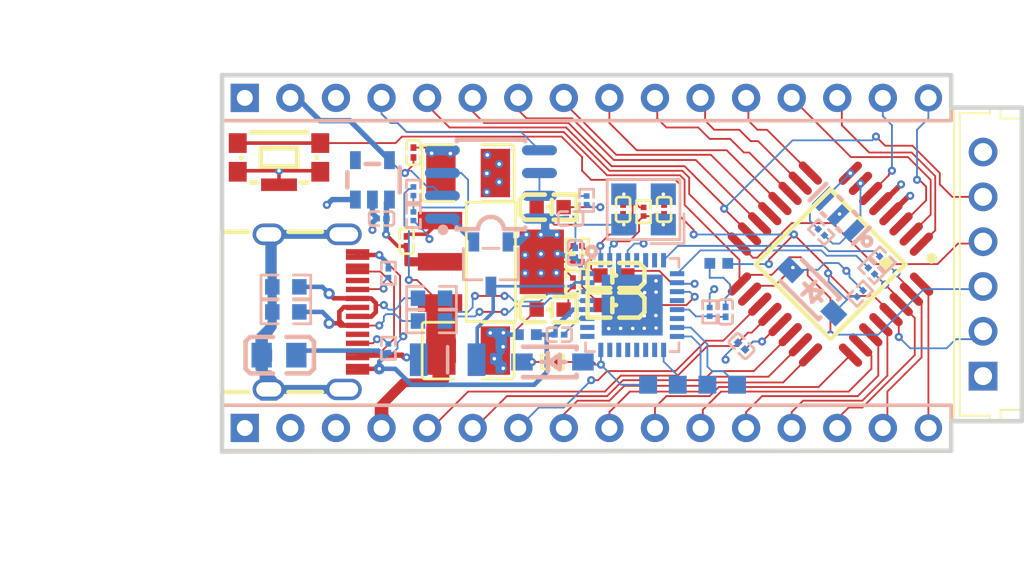
<source format=kicad_pcb>
(kicad_pcb (version 20240108) (generator "pcbnew") (generator_version "8.0")
  (layers (0 "F.Cu" signal "TopLayer") (1 "In1.Cu" signal "Inner1") (2 "In2.Cu" signal "Inner2") (31 "B.Cu" signal "BottomLayer") (34 "B.Paste" user "BottomPasteMaskLayer") (35 "F.Paste" user "TopPasteMaskLayer") (36 "B.SilkS" user "BottomSilkLayer") (37 "F.SilkS" user "TopSilkLayer") (38 "B.Mask" user "BottomSolderMaskLayer") (39 "F.Mask" user "TopSolderMaskLayer") (44 "Edge.Cuts" user "BoardOutLine"))
  (net 1 "")
  (net 2 "ARD_DIG12/SPI_MISO")
  (net 3 "ARD_DIG11/SPI_MOSI")
  (net 4 "5V_LDO")
  (net 5 "ARD_DIG4")
  (net 6 "ARD_DIG3")
  (net 7 "ARD_DIG10/SPI_SS")
  (net 8 "ARD_DIG13/SPI_SCK")
  (net 9 "ARD_AN0")
  (net 10 "ARD_RESET")
  (net 11 "ARD_DIG1")
  (net 12 "ARD_DIG0")
  (net 13 "GND")
  (net 14 "ARD_DIG8")
  (net 15 "ARD_DIG9")
  (net 16 "ARD_DIG7")
  (net 17 "ARD_DIG6")
  (net 18 "ARD_DIG5")
  (net 19 "PE0")
  (net 20 "PE1")
  (net 21 "ARD_AN2")
  (net 22 "ARD_AN1")
  (net 23 "PE3")
  (net 24 "PE2")
  (net 25 "AREF")
  (net 26 "ARD_DIG2")
  (net 27 "ARD_AN5/SCL")
  (net 28 "ARD_AN4/SDA")
  (net 29 "ARD_AN3")
  (net 30 "USBV")
  (net 31 "USBGND")
  (net 32 "USBC1_A5")
  (net 33 "USBC1_B6")
  (net 34 "USBC1_B5")
  (net 35 "U4_2")
  (net 36 "3V3_LDO")
  (net 37 "U4_1")
  (net 38 "U4_24")
  (net 39 "USB_D+")
  (net 40 "USB_D-")
  (net 41 "U4_10")
  (net 42 "U4_11")
  (net 43 "LED3_1")
  (net 44 "LED4_1")
  (net 45 "LED2_1")
  (net 46 "VIN")
  (net 47 "USBC1_B7")
  (net 48 "R1_2")
  (net 49 "U1_3")
  (net 50 "U1_7")
  (net 51 "SERIALRX")
  (net 52 "ICSP_MOSI")
  (net 53 "ICSP_SCK")
  (net 54 "SERIALTX")
  (net 55 "R18_1")
  (net 56 "DTR")
  (net 57 "X2_1")
  (net 58 "X2_3")
  (net 59 "ICSP_MISO")
  (net 60 "SLD")
  (net 61 "U1_1")
  (net 62 "USBVCC")
  (net 63 "U4_27")
  (footprint "BackupProjects_chaitanya.tejasvi_personal_0_20240416:R0201" (layer "F.Cu") (at 148.542 114.92 180)
    (property "Reference" "R6" (hide yes))
    (property "Value" "10k" (hide yes))
  )
  (footprint "BackupProjects_chaitanya.tejasvi_personal_0_20240416:C0201" (layer "F.Cu") (at 140.414 108.189 -90)
    (property "Reference" "C4" (hide yes))
    (property "Value" "0.1u" (hide yes))
  )
  (footprint "BackupProjects_chaitanya.tejasvi_personal_0_20240416:C0201" (layer "F.Cu") (at 154.765 106.411 90)
    (property "Reference" "C8" (hide yes))
    (property "Value" "10p" (hide yes))
  )
  (footprint "BackupProjects_chaitanya.tejasvi_personal_0_20240416:SOT-223-4_L6.5-W3.5-P2.30-LS7.0-BR" (layer "F.Cu") (at 145.113 109.332 180)
    (property "Reference" "U2" (hide yes))
    (property "Value" "LD1117S33CTR" (hide yes))
  )
  (footprint "BackupProjects_chaitanya.tejasvi_personal_0_20240416:R0201" (layer "F.Cu") (at 153.622 106.538 90)
    (property "Reference" "R5" (hide yes))
    (property "Value" "1M" (hide yes))
  )
  (footprint "BackupProjects_chaitanya.tejasvi_personal_0_20240416:LED-SMD_L1.6-W0.8-R-RD" (layer "F.Cu") (at 148.415 111.999)
    (property "Reference" "LED2" (hide yes))
    (property "Value" "HSMQ-C191" (hide yes))
  )
  (footprint "BackupProjects_chaitanya.tejasvi_personal_0_20240416:Pad_gge82688" (layer "F.Cu") (at 155.527 116.19)
    (property "Reference" "Pad_gge82688" (hide yes))
    (property "Value" "Pad_gge82688" (hide yes))
  )
  (footprint "BackupProjects_chaitanya.tejasvi_personal_0_20240416:Pad_gge82664" (layer "F.Cu") (at 157.178 116.19)
    (property "Reference" "Pad_gge82664" (hide yes))
    (property "Value" "Pad_gge82664" (hide yes))
  )
  (footprint "BackupProjects_chaitanya.tejasvi_personal_0_20240416:USB-C_SMD-TYPE-C-31-M-12" (layer "F.Cu") (at 135.207 112.126 -90)
    (property "Reference" "USBC1" (hide yes))
    (property "Value" "TYPE-C-31-M-12" (hide yes))
  )
  (footprint "BackupProjects_chaitanya.tejasvi_personal_0_20240416:Pad_gge82712" (layer "F.Cu") (at 153.876 116.19)
    (property "Reference" "Pad_gge82712" (hide yes))
    (property "Value" "Pad_gge82712" (hide yes))
  )
  (footprint "BackupProjects_chaitanya.tejasvi_personal_0_20240416:CONN-TH_6P-P2.50_JST_B6B-EH-LF-SN" (layer "F.Cu") (at 172.545 109.459 90)
    (property "Reference" "J2" (hide yes))
    (property "Value" "HDR-M-2.54_2x3" (hide yes))
  )
  (footprint "BackupProjects_chaitanya.tejasvi_personal_0_20240416:TQFP-32_L7.0-W7.0-P0.80-LS9.0-BL" (layer "F.Cu") (at 164.036 109.459 135)
    (property "Reference" "U5" (hide yes))
    (property "Value" "ATMEGA328PB-AU" (hide yes))
  )
  (footprint "BackupProjects_chaitanya.tejasvi_personal_0_20240416:Pad_gge82640" (layer "F.Cu") (at 158.829 116.19)
    (property "Reference" "Pad_gge82640" (hide yes))
    (property "Value" "Pad_gge82640" (hide yes))
  )
  (footprint "BackupProjects_chaitanya.tejasvi_personal_0_20240416:R0201" (layer "F.Cu") (at 149.939 108.443)
    (property "Reference" "R13" (hide yes))
    (property "Value" "510" (hide yes))
  )
  (footprint "BackupProjects_chaitanya.tejasvi_personal_0_20240416:LED-SMD_L1.6-W0.8-R-RD" (layer "F.Cu") (at 151.971 111.745 180)
    (property "Reference" "LED4" (hide yes))
    (property "Value" "HSMQ-C191" (hide yes))
  )
  (footprint "BackupProjects_chaitanya.tejasvi_personal_0_20240416:C0201" (layer "F.Cu") (at 159.083 114.031 135)
    (property "Reference" "C12" (hide yes))
    (property "Value" "0.1u" (hide yes))
  )
  (footprint "BackupProjects_chaitanya.tejasvi_personal_0_20240416:R0201" (layer "F.Cu") (at 149.685 110.475 90)
    (property "Reference" "R2" (hide yes))
    (property "Value" "510" (hide yes))
  )
  (footprint "BackupProjects_chaitanya.tejasvi_personal_0_20240416:LED-SMD_L1.6-W0.8-R-RD" (layer "F.Cu") (at 151.971 110.094 180)
    (property "Reference" "LED3" (hide yes))
    (property "Value" "HSMQ-C191" (hide yes))
  )
  (footprint "BackupProjects_chaitanya.tejasvi_personal_0_20240416:R0201" (layer "F.Cu") (at 149.939 109.332)
    (property "Reference" "R14" (hide yes))
    (property "Value" "510" (hide yes))
  )
  (footprint "BackupProjects_chaitanya.tejasvi_personal_0_20240416:C1210" (layer "F.Cu") (at 143.843 114.285 180)
    (property "Reference" "C2" (hide yes))
    (property "Value" "47uF" (hide yes))
  )
  (footprint "BackupProjects_chaitanya.tejasvi_personal_0_20240416:C0201" (layer "F.Cu") (at 140.795 103.236 -90)
    (property "Reference" "C5" (hide yes))
    (property "Value" "2.2u" (hide yes))
  )
  (footprint "BackupProjects_chaitanya.tejasvi_personal_0_20240416:C0201" (layer "F.Cu") (at 152.479 106.411 -90)
    (property "Reference" "C7" (hide yes))
    (property "Value" "10p" (hide yes))
  )
  (footprint "BackupProjects_chaitanya.tejasvi_personal_0_20240416:KEY-SMD_KMR2XXGXXX" (layer "F.Cu") (at 133.302 103.871 180)
    (property "Reference" "SW1" (hide yes))
    (property "Value" "KMR221GLFS" (hide yes))
  )
  (footprint "BackupProjects_chaitanya.tejasvi_personal_0_20240416:LED-SMD_L1.6-W0.8-R-RD" (layer "F.Cu") (at 148.415 106.284)
    (property "Reference" "LED1" (hide yes))
    (property "Value" "HSMQ-C191" (hide yes))
  )
  (footprint "BackupProjects_chaitanya.tejasvi_personal_0_20240416:C1210" (layer "F.Cu") (at 143.843 104.379)
    (property "Reference" "C3" (hide yes))
    (property "Value" "47uF" (hide yes))
  )
  (footprint "BackupProjects_chaitanya.tejasvi_personal_0_20240416:R0201" (layer "B.Cu") (at 157.305 112.126 -90)
    (property "Reference" "R19" (hide yes))
    (property "Value" "1k" (hide yes))
  )
  (footprint "BackupProjects_chaitanya.tejasvi_personal_0_20240416:C0201" (layer "B.Cu") (at 158.194 112.126 -90)
    (property "Reference" "C13" (hide yes))
    (property "Value" "0.1u" (hide yes))
  )
  (footprint "BackupProjects_chaitanya.tejasvi_personal_0_20240416:R0201" (layer "B.Cu") (at 166.957 109.205 -45)
    (property "Reference" "R21" (hide yes))
    (property "Value" "1k" (hide yes))
  )
  (footprint "BackupProjects_chaitanya.tejasvi_personal_0_20240416:R0603" (layer "B.Cu") (at 133.683 112.126)
    (property "Reference" "R10" (hide yes))
    (property "Value" "CG0603MLC-05E" (hide yes))
  )
  (footprint "BackupProjects_chaitanya.tejasvi_personal_0_20240416:C0201" (layer "B.Cu") (at 149.812 108.824 -90)
    (property "Reference" "C9" (hide yes))
    (property "Value" "1u" (hide yes))
  )
  (footprint "BackupProjects_chaitanya.tejasvi_personal_0_20240416:SOT-23-3_L2.9-W1.6-P1.90-LS2.8-BR" (layer "B.Cu") (at 145.113 109.459 90)
    (property "Reference" "Q1" (hide yes))
    (property "Value" "DMG3415UQ-7" (hide yes))
  )
  (footprint "BackupProjects_chaitanya.tejasvi_personal_0_20240416:R0603" (layer "B.Cu") (at 133.683 110.729)
    (property "Reference" "R11" (hide yes))
    (property "Value" "CG0603MLC-05E" (hide yes))
  )
  (footprint "BackupProjects_chaitanya.tejasvi_personal_0_20240416:R0201" (layer "B.Cu") (at 150.447 105.903 -90)
    (property "Reference" "R1" (hide yes))
    (property "Value" "510" (hide yes))
  )
  (footprint "BackupProjects_chaitanya.tejasvi_personal_0_20240416:C0201" (layer "B.Cu") (at 159.083 114.031 135)
    (property "Reference" "C11" (hide yes))
    (property "Value" "0.1u" (hide yes))
  )
  (footprint "BackupProjects_chaitanya.tejasvi_personal_0_20240416:OSC-SMD_3P-L3.2-W1.3-P1.20-L" (layer "B.Cu") (at 164.544 106.665 135)
    (property "Reference" "X2" (hide yes))
    (property "Value" "16MHz" (hide yes))
  )
  (footprint "BackupProjects_chaitanya.tejasvi_personal_0_20240416:QFN-32_L5.0-W5.0-P0.50-BL-EP3.4" (layer "B.Cu") (at 152.987 111.745)
    (property "Reference" "U4" (hide yes))
    (property "Value" "ATMEGA16U2-MU" (hide yes))
  )
  (footprint "BackupProjects_chaitanya.tejasvi_personal_0_20240416:RESC1005X37N" (layer "B.Cu") (at 147.145 113.396)
    (property "Reference" "R15" (hide yes))
    (property "Value" "0" (hide yes))
  )
  (footprint "BackupProjects_chaitanya.tejasvi_personal_0_20240416:R0603" (layer "B.Cu") (at 141.8034 111.364)
    (property "Reference" "R7" (hide yes))
    (property "Value" "22R" (hide yes))
  )
  (footprint "BackupProjects_chaitanya.tejasvi_personal_0_20240416:SOD-123_L2.7-W1.6-LS3.7-RD-1" (layer "B.Cu") (at 148.542 114.92)
    (property "Reference" "D1" (hide yes))
    (property "Value" "1N4148WQ-13-F" (hide yes))
  )
  (footprint "BackupProjects_chaitanya.tejasvi_personal_0_20240416:HDR-M-2.54_1X16" (layer "B.Cu") (at 150.447 100.188)
    (property "Reference" "J4" (hide yes))
    (property "Value" "HDR-M-2.54_1x16" (hide yes))
  )
  (footprint "BackupProjects_chaitanya.tejasvi_personal_0_20240416:FUSC3216X68N" (layer "B.Cu") (at 142.7 114.793)
    (property "Reference" "F1" (hide yes))
    (property "Value" "PTS12066V050" (hide yes))
  )
  (footprint "BackupProjects_chaitanya.tejasvi_personal_0_20240416:R0201" (layer "B.Cu") (at 165.687 111.11 45)
    (property "Reference" "R17" (hide yes))
    (property "Value" "10k" (hide yes))
  )
  (footprint "BackupProjects_chaitanya.tejasvi_personal_0_20240416:C0201" (layer "B.Cu") (at 148.923 113.396 180)
    (property "Reference" "C10" (hide yes))
    (property "Value" "1u" (hide yes))
  )
  (footprint "BackupProjects_chaitanya.tejasvi_personal_0_20240416:R0201" (layer "B.Cu") (at 140.795 105.395 90)
    (property "Reference" "R3" (hide yes))
    (property "Value" "10k" (hide yes))
  )
  (footprint "BackupProjects_chaitanya.tejasvi_personal_0_20240416:R0603" (layer "B.Cu") (at 141.8034 112.634)
    (property "Reference" "R8" (hide yes))
    (property "Value" "22R" (hide yes))
  )
  (footprint "BackupProjects_chaitanya.tejasvi_personal_0_20240416:SOD-123_L2.7-W1.6-LS3.7-RD-1" (layer "B.Cu") (at 163.02 110.983 -45)
    (property "Reference" "D2" (hide yes))
    (property "Value" "1N4148WQ-13-F" (hide yes))
  )
  (footprint "BackupProjects_chaitanya.tejasvi_personal_0_20240416:C0201" (layer "B.Cu") (at 139.017 106.919)
    (property "Reference" "C6" (hide yes))
    (property "Value" "1u" (hide yes))
  )
  (footprint "BackupProjects_chaitanya.tejasvi_personal_0_20240416:R0201" (layer "B.Cu") (at 166.322 109.84 -45)
    (property "Reference" "R20" (hide yes))
    (property "Value" "1k" (hide yes))
  )
  (footprint "BackupProjects_chaitanya.tejasvi_personal_0_20240416:SOT-23-5_L2.9-W1.6-P0.95-LS2.8-BR" (layer "B.Cu") (at 138.509 104.76 -90)
    (property "Reference" "U3" (hide yes))
    (property "Value" "LP2985IM5X-3.3" (hide yes))
  )
  (footprint "BackupProjects_chaitanya.tejasvi_personal_0_20240416:L0805" (layer "B.Cu") (at 133.302 114.539 180)
    (property "Reference" "L1" (hide yes))
    (property "Value" "220Ω" (hide yes))
  )
  (footprint "BackupProjects_chaitanya.tejasvi_personal_0_20240416:HDR-M-2.54_1X16" (layer "B.Cu") (at 150.447 118.603)
    (property "Reference" "J3" (hide yes))
    (property "Value" "HDR-M-2.54_1x16" (hide yes))
  )
  (footprint "BackupProjects_chaitanya.tejasvi_personal_0_20240416:R0201" (layer "B.Cu") (at 139.398 109.967 -90)
    (property "Reference" "R12" (hide yes))
    (property "Value" "5.1k" (hide yes))
  )
  (footprint "BackupProjects_chaitanya.tejasvi_personal_0_20240416:R0201" (layer "B.Cu") (at 140.795 106.792 90)
    (property "Reference" "R4" (hide yes))
    (property "Value" "10k" (hide yes))
  )
  (footprint "BackupProjects_chaitanya.tejasvi_personal_0_20240416:CRYSTAL-SMD_4P-L3.2-W2.5-BL" (layer "B.Cu") (at 153.622 106.411 180)
    (property "Reference" "X1" (hide yes))
    (property "Value" "ABM8G-16.000MHZ-4Y-T3" (hide yes))
  )
  (footprint "BackupProjects_chaitanya.tejasvi_personal_0_20240416:R0201" (layer "B.Cu") (at 163.528 107.681 -45)
    (property "Reference" "R16" (hide yes))
    (property "Value" "1M" (hide yes))
  )
  (footprint "BackupProjects_chaitanya.tejasvi_personal_0_20240416:C0201" (layer "B.Cu") (at 149.558 106.919)
    (property "Reference" "C1" (hide yes))
    (property "Value" "0.1u" (hide yes))
  )
  (footprint "BackupProjects_chaitanya.tejasvi_personal_0_20240416:SOIC-8_L5.0-W4.0-P1.27-LS6.0-BL" (layer "B.Cu") (at 145.113 105.014 90)
    (property "Reference" "U1" (hide yes))
    (property "Value" "LM358DR" (hide yes))
  )
  (footprint "BackupProjects_chaitanya.tejasvi_personal_0_20240416:R0201" (layer "B.Cu") (at 139.398 114.158 90)
    (property "Reference" "R9" (hide yes))
    (property "Value" "5.1k" (hide yes))
  )
  (footprint "BackupProjects_chaitanya.tejasvi_personal_0_20240416:RESC1005X37N" (layer "B.Cu") (at 157.813 109.418)
    (property "Reference" "R18" (hide yes))
    (property "Value" "0" (hide yes))
  )
  (gr_line (start 174.704 118.222) (end 170.767 118.222) (stroke (width 0.254)) (layer "Edge.Cuts"))
  (gr_line (start 170.767 119.873) (end 130.127 119.918) (stroke (width 0.254)) (layer "Edge.Cuts"))
  (gr_line (start 174.704 109.332) (end 174.704 118.222) (stroke (width 0.254)) (layer "Edge.Cuts"))
  (gr_line (start 174.704 100.7294) (end 174.704 109.332) (stroke (width 0.254)) (layer "Edge.Cuts"))
  (gr_line (start 170.767 118.222) (end 170.767 119.873) (stroke (width 0.254)) (layer "Edge.Cuts"))
  (gr_line (start 130.127 119.918) (end 130.127 98.918) (stroke (width 0.254)) (layer "Edge.Cuts"))
  (gr_line (start 130.127 98.918) (end 170.767 98.918) (stroke (width 0.254)) (layer "Edge.Cuts"))
  (gr_line (start 170.767 98.918) (end 170.767 100.7294) (stroke (width 0.254)) (layer "Edge.Cuts"))
  (gr_line (start 170.767 100.7294) (end 174.704 100.7294) (stroke (width 0.254)) (layer "Edge.Cuts"))
  (segment (start 151.717 104.252) (end 149.304 101.839) (width 0.1) (layer "F.Cu") (net 2))
  (segment (start 149.304 101.839) (end 142.8041 101.839) (width 0.1) (layer "F.Cu") (net 2))
  (segment (start 156.1645 105.5474) (end 156.1645 104.6355) (width 0.1) (layer "F.Cu") (net 2))
  (segment (start 170.005 109.459) (end 171.148 108.316) (width 0.1) (layer "F.Cu") (net 2))
  (segment (start 142.8041 101.839) (end 141.4325 100.4674) (width 0.1) (layer "F.Cu") (net 2))
  (segment (start 141.4325 100.3125) (end 141.557 100.188) (width 0.1) (layer "F.Cu") (net 2))
  (segment (start 164.163 107.173) (end 166.449 109.459) (width 0.1) (layer "F.Cu") (net 2))
  (segment (start 166.449 109.459) (end 170.005 109.459) (width 0.1) (layer "F.Cu") (net 2))
  (segment (start 141.4325 100.4674) (end 141.4325 100.3125) (width 0.1) (layer "F.Cu") (net 2))
  (segment (start 156.1645 104.6355) (end 155.781 104.252) (width 0.1) (layer "F.Cu") (net 2))
  (segment (start 155.781 104.252) (end 151.717 104.252) (width 0.1) (layer "F.Cu") (net 2))
  (segment (start 172.4383 108.316) (end 172.545 108.2093) (width 0.1) (layer "F.Cu") (net 2))
  (segment (start 171.148 108.316) (end 172.4383 108.316) (width 0.1) (layer "F.Cu") (net 2))
  (segment (start 159.9466 109.1034) (end 161.877 107.173) (width 0.1) (layer "F.Cu") (net 2))
  (segment (start 158.9585 108.3414) (end 159.7205 109.1034) (width 0.1) (layer "F.Cu") (net 2))
  (segment (start 158.9585 108.3414) (end 156.1645 105.5474) (width 0.1) (layer "F.Cu") (net 2))
  (segment (start 161.877 107.173) (end 164.163 107.173) (width 0.1) (layer "F.Cu") (net 2))
  (segment (start 159.7205 109.1034) (end 159.9466 109.1034) (width 0.1) (layer "F.Cu") (net 2))
  (segment (start 170.8271 105.7091) (end 172.545 105.7091) (width 0.1) (layer "F.Cu") (net 3))
  (segment (start 170.132 104.379) (end 170.132 105.014) (width 0.1) (layer "F.Cu") (net 3))
  (segment (start 151.844 103.998) (end 149.431 101.585) (width 0.1) (layer "F.Cu") (net 3))
  (segment (start 170.132 105.014) (end 170.8271 105.7091) (width 0.1) (layer "F.Cu") (net 3))
  (segment (start 155.908 103.998) (end 151.844 103.998) (width 0.1) (layer "F.Cu") (net 3))
  (segment (start 144.732 101.585) (end 144.097 100.95) (width 0.1) (layer "F.Cu") (net 3))
  (segment (start 167.084 102.855) (end 168.608 102.855) (width 0.1) (layer "F.Cu") (net 3))
  (segment (start 166.576 102.347) (end 167.084 102.855) (width 0.1) (layer "F.Cu") (net 3))
  (segment (start 158.1153 106.2053) (end 155.908 103.998) (width 0.1) (layer "F.Cu") (net 3))
  (segment (start 159.5224 107.775) (end 158.1146 106.3672) (width 0.1) (layer "F.Cu") (net 3))
  (segment (start 158.1153 106.3678) (end 158.1153 106.2053) (width 0.1) (layer "F.Cu") (net 3))
  (segment (start 168.608 102.855) (end 170.132 104.379) (width 0.1) (layer "F.Cu") (net 3))
  (segment (start 149.431 101.585) (end 144.732 101.585) (width 0.1) (layer "F.Cu") (net 3))
  (segment (start 144.097 100.95) (end 144.097 100.188) (width 0.1) (layer "F.Cu") (net 3))
  (via (at 166.576 102.347) (size 0.45) (drill 0.2) (layers "F.Cu" "B.Cu") (net 3))
  (via (at 158.1148 106.3673) (size 0.45) (drill 0.2) (layers "F.Cu" "B.Cu") (net 3))
  (segment (start 166.3658 102.5572) (end 166.576 102.347) (width 0.1) (layer "B.Cu") (net 3))
  (segment (start 158.1146 106.3672) (end 161.9246 102.5572) (width 0.1) (layer "B.Cu") (net 3))
  (segment (start 161.9246 102.5572) (end 166.3658 102.5572) (width 0.1) (layer "B.Cu") (net 3))
  (segment (start 161.9448 109.6539) (end 160.9288 110.6699) (width 0.1) (layer "F.Cu") (net 4))
  (segment (start 149.685 110.2334) (end 148.7836 109.332) (width 0.1) (layer "F.Cu") (net 4))
  (segment (start 159.9968 110.6699) (end 159.5326 111.1341) (width 0.1) (layer "F.Cu") (net 4))
  (segment (start 148.0749 109.205) (end 147.9479 109.332) (width 0.1) (layer "F.Cu") (net 4))
  (segment (start 160.9288 110.6699) (end 159.9968 110.6699) (width 0.1) (layer "F.Cu") (net 4))
  (segment (start 168.4688 105.6368) (end 168.481 105.649) (width 0.3) (layer "F.Cu") (net 4))
  (segment (start 148.3004 114.92) (end 147.399 114.92) (width 0.1) (layer "F.Cu") (net 4))
  (segment (start 139.271 107.808) (end 139.9263 108.4633) (width 0.2) (layer "F.Cu") (net 4))
  (segment (start 167.4081 106.6528) (end 168.4241 105.6368) (width 0.3) (layer "F.Cu") (net 4))
  (segment (start 139.9263 108.4633) (end 140.414 108.4633) (width 0.2) (layer "F.Cu") (net 4))
  (segment (start 168.4241 105.6368) (end 168.4688 105.6368) (width 0.3) (layer "F.Cu") (net 4))
  (segment (start 148.9354 109.205) (end 148.0749 109.205) (width 0.1) (layer "F.Cu") (net 4))
  (segment (start 149.6974 109.332) (end 147.9479 109.332) (width 0.1) (layer "F.Cu") (net 4))
  (segment (start 149.6974 108.443) (end 148.9354 109.205) (width 0.1) (layer "F.Cu") (net 4))
  (segment (start 148.7836 109.332) (end 147.9479 109.332) (width 0.1) (layer "F.Cu") (net 4))
  (via (at 144.8867 104.4003) (size 0.45) (drill 0.2) (layers "F.Cu" "B.Cu") (net 4))
  (via (at 153.622 108.316) (size 0.45) (drill 0.2) (layers "F.Cu" "B.Cu") (net 4))
  (via (at 135.969 106.157) (size 0.45) (drill 0.2) (layers "F.Cu" "B.Cu") (net 4))
  (via (at 148.7637 109.9487) (size 0.45) (drill 0.2) (layers "F.Cu" "B.Cu") (net 4))
  (via (at 147.907 109.967) (size 0.45) (drill 0.2) (layers "F.Cu" "B.Cu") (net 4))
  (via (at 147.9014 108.8926) (size 0.45) (drill 0.2) (layers "F.Cu" "B.Cu") (net 4))
  (via (at 147.0881 107.8171) (size 0.45) (drill 0.2) (layers "F.Cu" "B.Cu") (net 4))
  (via (at 147.018 108.951) (size 0.45) (drill 0.2) (layers "F.Cu" "B.Cu") (net 4))
  (via (at 148.8285 108.8778) (size 0.45) (drill 0.2) (layers "F.Cu" "B.Cu") (net 4))
  (via (at 148.7818 107.8237) (size 0.45) (drill 0.2) (layers "F.Cu" "B.Cu") (net 4))
  (via (at 144.9121 103.3716) (size 0.45) (drill 0.2) (layers "F.Cu" "B.Cu") (net 4))
  (via (at 147.399 114.92) (size 0.45) (drill 0.2) (layers "F.Cu" "B.Cu") (net 4))
  (via (at 164.925 109.84) (size 0.45) (drill 0.2) (layers "F.Cu" "B.Cu") (net 4))
  (via (at 139.271 107.808) (size 0.45) (drill 0.2) (layers "F.Cu" "B.Cu") (net 4))
  (via (at 144.8867 105.4417) (size 0.45) (drill 0.2) (layers "F.Cu" "B.Cu") (net 4))
  (via (at 147.018 109.967) (size 0.45) (drill 0.2) (layers "F.Cu" "B.Cu") (net 4))
  (via (at 145.5725 104.8829) (size 0.45) (drill 0.2) (layers "F.Cu" "B.Cu") (net 4))
  (via (at 161.9448 109.6538) (size 0.45) (drill 0.2) (layers "F.Cu" "B.Cu") (net 4))
  (via (at 147.8991 107.8174) (size 0.45) (drill 0.2) (layers "F.Cu" "B.Cu") (net 4))
  (via (at 145.5725 103.8796) (size 0.45) (drill 0.2) (layers "F.Cu" "B.Cu") (net 4))
  (via (at 168.481 105.649) (size 0.45) (drill 0.2) (layers "F.Cu" "B.Cu") (net 4))
  (via (at 158.194 114.793) (size 0.45) (drill 0.2) (layers "F.Cu" "B.Cu") (net 4))
  (segment (start 139.2913 106.919) (end 139.271 107.808) (width 0.3) (layer "B.Cu") (net 4))
  (segment (start 158.1269 114.599) (end 158.1269 114.7259) (width 0.1) (layer "B.Cu") (net 4))
  (segment (start 149.812 109.0983) (end 149.304 109.0983) (width 0.2) (layer "B.Cu") (net 4))
  (segment (start 163.3419 109.7808) (end 163.7228 109.3998) (width 0.1) (layer "B.Cu") (net 4))
  (segment (start 146.063 108.2241) (end 146.681 108.2241) (width 0.4) (layer "B.Cu") (net 4))
  (segment (start 165.8577 110.9393) (end 165.0957 110.1773) (width 0.1) (layer "B.Cu") (net 4))
  (segment (start 147.8181 106.919) (end 149.2837 106.919) (width 0.1) (layer "B.Cu") (net 4))
  (segment (start 139.2913 106.0277) (end 139.459 105.8601) (width 0.3) (layer "B.Cu") (net 4))
  (segment (start 165.0957 110.0107) (end 164.925 109.84) (width 0.1) (layer "B.Cu") (net 4))
  (segment (start 139.2913 106.919) (end 139.2913 106.0277) (width 0.3) (layer "B.Cu") (net 4))
  (segment (start 137.559 105.8601) (end 136.2659 105.8601) (width 0.3) (layer "B.Cu") (net 4))
  (segment (start 161.8178 109.7808) (end 163.3419 109.7808) (width 0.1) (layer "B.Cu") (net 4))
  (segment (start 158.8889 113.837) (end 158.1269 114.599) (width 0.1) (layer "B.Cu") (net 4))
  (segment (start 149.9791 109.4869) (end 149.9791 109.2655) (width 0.2) (layer "B.Cu") (net 4))
  (segment (start 146.681 108.2241) (end 147.088 107.817) (width 0.4) (layer "B.Cu") (net 4))
  (segment (start 147.399 114.92) (end 146.842 114.92) (width 0.1) (layer "B.Cu") (net 4))
  (segment (start 153.114 108.316) (end 152.733 108.697) (width 0.1) (layer "B.Cu") (net 4))
  (segment (start 153.622 108.316) (end 153.114 108.316) (width 0.1) (layer "B.Cu") (net 4))
  (segment (start 149.304 109.0983) (end 149.0834 108.8777) (width 0.2) (layer "B.Cu") (net 4))
  (segment (start 164.4848 109.3998) (end 164.925 109.84) (width 0.1) (layer "B.Cu") (net 4))
  (segment (start 149.9791 109.2655) (end 149.812 109.0983) (width 0.2) (layer "B.Cu") (net 4))
  (segment (start 158.1269 114.7259) (end 158.194 114.793) (width 0.1) (layer "B.Cu") (net 4))
  (segment (start 165.0957 110.1773) (end 165.0957 110.0107) (width 0.1) (layer "B.Cu") (net 4))
  (segment (start 149.0834 108.8777) (end 148.8285 108.8777) (width 0.2) (layer "B.Cu") (net 4))
  (segment (start 152.733 108.697) (end 152.7355 109.2456) (width 0.1) (layer "B.Cu") (net 4))
  (segment (start 136.2659 105.8601) (end 135.969 106.157) (width 0.3) (layer "B.Cu") (net 4))
  (segment (start 163.7228 109.3998) (end 164.4848 109.3998) (width 0.1) (layer "B.Cu") (net 4))
  (segment (start 150.4871 109.9949) (end 149.9791 109.4869) (width 0.2) (layer "B.Cu") (net 4))
  (segment (start 165.179 103.49) (end 168.354 103.49) (width 0.1) (layer "F.Cu") (net 5))
  (segment (start 169.624 106.7006) (end 168.5394 107.7851) (width 0.1) (layer "F.Cu") (net 5))
  (segment (start 169.624 104.76) (end 169.624 106.7006) (width 0.1) (layer "F.Cu") (net 5))
  (segment (start 168.354 103.49) (end 169.624 104.76) (width 0.1) (layer "F.Cu") (net 5))
  (segment (start 161.877 100.188) (end 165.179 103.49) (width 0.1) (layer "F.Cu") (net 5))
  (segment (start 166.195 103.236) (end 164.671 101.712) (width 0.1) (layer "F.Cu") (net 6))
  (segment (start 168.5623 103.236) (end 166.195 103.236) (width 0.1) (layer "F.Cu") (net 6))
  (segment (start 164.671 100.442) (end 164.417 100.188) (width 0.1) (layer "F.Cu") (net 6))
  (segment (start 169.1058 108.349) (end 169.878 107.5769) (width 0.1) (layer "F.Cu") (net 6))
  (segment (start 169.878 107.5769) (end 169.878 104.5517) (width 0.1) (layer "F.Cu") (net 6))
  (segment (start 164.671 101.712) (end 164.671 100.442) (width 0.1) (layer "F.Cu") (net 6))
  (segment (start 169.878 104.5517) (end 168.5623 103.236) (width 0.1) (layer "F.Cu") (net 6))
  (segment (start 149.6393 101.331) (end 147.0993 101.331) (width 0.1) (layer "F.Cu") (net 7))
  (segment (start 160.0888 107.2086) (end 156.5328 103.6526) (width 0.1) (layer "F.Cu") (net 7))
  (segment (start 156.5328 103.6526) (end 151.9608 103.6526) (width 0.1) (layer "F.Cu") (net 7))
  (segment (start 146.637 100.8687) (end 146.637 100.188) (width 0.1) (layer "F.Cu") (net 7))
  (segment (start 147.0993 101.331) (end 146.637 100.8687) (width 0.1) (layer "F.Cu") (net 7))
  (segment (start 151.9608 103.6526) (end 149.6393 101.331) (width 0.1) (layer "F.Cu") (net 7))
  (segment (start 139.017 101.077) (end 139.017 100.188) (width 0.1) (layer "F.Cu") (net 8))
  (segment (start 151.59 104.506) (end 149.177 102.093) (width 0.1) (layer "F.Cu") (net 8))
  (segment (start 139.525 101.585) (end 139.017 101.077) (width 0.1) (layer "F.Cu") (net 8))
  (segment (start 139.906 101.585) (end 139.525 101.585) (width 0.1) (layer "F.Cu") (net 8))
  (segment (start 158.9687 109.2279) (end 155.908 106.1545) (width 0.1) (layer "F.Cu") (net 8))
  (segment (start 161.75 109.078) (end 162.385 109.078) (width 0.1) (layer "F.Cu") (net 8))
  (segment (start 155.908 104.76) (end 155.654 104.506) (width 0.1) (layer "F.Cu") (net 8))
  (segment (start 158.9669 110.5685) (end 159.4749 110.0605) (width 0.1) (layer "F.Cu") (net 8))
  (segment (start 162.766 110.094) (end 164.036 111.364) (width 0.1) (layer "F.Cu") (net 8))
  (segment (start 160.7675 110.0605) (end 161.75 109.078) (width 0.1) (layer "F.Cu") (net 8))
  (segment (start 140.414 102.093) (end 139.906 101.585) (width 0.1) (layer "F.Cu") (net 8))
  (segment (start 155.908 106.1545) (end 155.908 104.76) (width 0.1) (layer "F.Cu") (net 8))
  (segment (start 162.766 109.459) (end 162.766 110.094) (width 0.1) (layer "F.Cu") (net 8))
  (segment (start 149.177 102.093) (end 140.414 102.093) (width 0.1) (layer "F.Cu") (net 8))
  (segment (start 155.654 104.506) (end 151.59 104.506) (width 0.1) (layer "F.Cu") (net 8))
  (segment (start 162.385 109.078) (end 162.766 109.459) (width 0.1) (layer "F.Cu") (net 8))
  (segment (start 164.036 111.364) (end 164.036 113.396) (width 0.1) (layer "F.Cu") (net 8))
  (segment (start 159.4749 110.0605) (end 160.7675 110.0605) (width 0.1) (layer "F.Cu") (net 8))
  (segment (start 158.9662 110.569) (end 158.9687 109.2279) (width 0.1) (layer "F.Cu") (net 8))
  (via (at 164.036 113.396) (size 0.45) (drill 0.2) (layers "F.Cu" "B.Cu") (net 8))
  (segment (start 140.414 102.093) (end 139.906 101.585) (width 0.1) (layer "B.Cu") (net 8))
  (segment (start 172.3981 110.856) (end 172.545 110.7091) (width 0.1) (layer "B.Cu") (net 8))
  (segment (start 146.8021 102.093) (end 140.414 102.093) (width 0.1) (layer "B.Cu") (net 8))
  (segment (start 139.906 101.585) (end 139.525 101.585) (width 0.1) (layer "B.Cu") (net 8))
  (segment (start 139.525 101.585) (end 139.017 101.077) (width 0.1) (layer "B.Cu") (net 8))
  (segment (start 166.703 113.396) (end 169.243 110.856) (width 0.1) (layer "B.Cu") (net 8))
  (segment (start 169.243 110.856) (end 172.3981 110.856) (width 0.1) (layer "B.Cu") (net 8))
  (segment (start 147.8181 103.109) (end 146.8021 102.093) (width 0.1) (layer "B.Cu") (net 8))
  (segment (start 164.036 113.396) (end 166.703 113.396) (width 0.1) (layer "B.Cu") (net 8))
  (segment (start 139.017 101.077) (end 139.017 100.188) (width 0.1) (layer "B.Cu") (net 8))
  (segment (start 152.5473 116.2487) (end 151.717 117.079) (width 0.1) (layer "F.Cu") (net 9))
  (segment (start 149.939 117.079) (end 149.177 117.841) (width 0.1) (layer "F.Cu") (net 9))
  (segment (start 160.5831 115.7407) (end 157.559 115.7407) (width 0.1) (layer "F.Cu") (net 9))
  (segment (start 162.3611 113.9627) (end 160.5831 115.7407) (width 0.1) (layer "F.Cu") (net 9))
  (segment (start 157.051 116.2487) (end 152.5473 116.2487) (width 0.1) (layer "F.Cu") (net 9))
  (segment (start 151.717 117.079) (end 149.939 117.079) (width 0.1) (layer "F.Cu") (net 9))
  (segment (start 157.559 115.7407) (end 157.051 116.2487) (width 0.1) (layer "F.Cu") (net 9))
  (segment (start 149.177 117.841) (end 149.177 118.603) (width 0.1) (layer "F.Cu") (net 9))
  (segment (start 135.602 102.709) (end 139.798 102.709) (width 0.1) (layer "F.Cu") (net 10))
  (segment (start 155.654 105.014) (end 155.654 106.284) (width 0.1) (layer "F.Cu") (net 10))
  (segment (start 167.417 112.2743) (end 167.846 112.7033) (width 0.1) (layer "F.Cu") (net 10))
  (segment (start 150.193 104.252) (end 150.701 104.76) (width 0.1) (layer "F.Cu") (net 10))
  (segment (start 155.654 106.284) (end 155.654 106.538) (width 0.1) (layer "F.Cu") (net 10))
  (segment (start 167.846 112.7033) (end 167.846 113.523) (width 0.1) (layer "F.Cu") (net 10))
  (segment (start 155.4 104.76) (end 155.654 105.014) (width 0.1) (layer "F.Cu") (net 10))
  (segment (start 160.607 109.205) (end 160.607 109.459) (width 0.1) (layer "F.Cu") (net 10))
  (segment (start 149.05 102.347) (end 150.193 103.49) (width 0.1) (layer "F.Cu") (net 10))
  (segment (start 166.449 111.237) (end 167.417 112.205) (width 0.1) (layer "F.Cu") (net 10))
  (segment (start 162.004 107.808) (end 163.909 109.713) (width 0.1) (layer "F.Cu") (net 10))
  (segment (start 139.798 102.709) (end 140.16 102.347) (width 0.1) (layer "F.Cu") (net 10))
  (segment (start 163.909 109.713) (end 163.909 109.967) (width 0.1) (layer "F.Cu") (net 10))
  (segment (start 161.115 108.697) (end 160.607 109.205) (width 0.1) (layer "F.Cu") (net 10))
  (segment (start 131.002 102.709) (end 135.602 102.709) (width 0.2) (layer "F.Cu") (net 10))
  (segment (start 155.654 106.792) (end 156.416 107.554) (width 0.1) (layer "F.Cu") (net 10))
  (segment (start 150.701 104.76) (end 155.4 104.76) (width 0.1) (layer "F.Cu") (net 10))
  (segment (start 163.909 109.967) (end 165.179 111.237) (width 0.1) (layer "F.Cu") (net 10))
  (segment (start 140.16 102.347) (end 149.05 102.347) (width 0.1) (layer "F.Cu") (net 10))
  (segment (start 165.179 111.237) (end 166.449 111.237) (width 0.1) (layer "F.Cu") (net 10))
  (segment (start 155.654 106.538) (end 155.654 106.792) (width 0.1) (layer "F.Cu") (net 10))
  (segment (start 167.417 112.205) (end 167.417 112.2743) (width 0.1) (layer "F.Cu") (net 10))
  (segment (start 156.416 107.554) (end 156.416 107.808) (width 0.1) (layer "F.Cu") (net 10))
  (segment (start 162.004 107.808) (end 161.115 108.697) (width 0.1) (layer "F.Cu") (net 10))
  (segment (start 150.193 103.49) (end 150.193 104.252) (width 0.1) (layer "F.Cu") (net 10))
  (via (at 160.607 109.459) (size 0.45) (drill 0.2) (layers "F.Cu" "B.Cu") (net 10))
  (via (at 162.004 107.808) (size 0.45) (drill 0.2) (layers "F.Cu" "B.Cu") (net 10))
  (via (at 156.416 107.808) (size 0.45) (drill 0.2) (layers "F.Cu" "B.Cu") (net 10))
  (via (at 167.846 113.523) (size 0.45) (drill 0.2) (layers "F.Cu" "B.Cu") (net 10))
  (via (at 163.909 109.967) (size 0.45) (drill 0.2) (layers "F.Cu" "B.Cu") (net 10))
  (segment (start 164.2222 112.1852) (end 165.1267 111.2807) (width 0.1) (layer "B.Cu") (net 10))
  (segment (start 171.021 113.65) (end 172.1039 113.65) (width 0.1) (layer "B.Cu") (net 10))
  (segment (start 164.9552 111.4507) (end 163.9392 110.4347) (width 0.1) (layer "B.Cu") (net 10))
  (segment (start 163.9392 110.4347) (end 163.9392 109.9972) (width 0.1) (layer "B.Cu") (net 10))
  (segment (start 168.481 114.158) (end 170.513 114.158) (width 0.1) (layer "B.Cu") (net 10))
  (segment (start 172.1039 113.65) (end 172.545 113.2089) (width 0.1) (layer "B.Cu") (net 10))
  (segment (start 163.9392 109.9972) (end 163.909 109.967) (width 0.1) (layer "B.Cu") (net 10))
  (segment (start 158.3542 109.459) (end 158.3132 109.418) (width 0.1) (layer "B.Cu") (net 10))
  (segment (start 160.607 109.459) (end 158.3542 109.459) (width 0.1) (layer "B.Cu") (net 10))
  (segment (start 156.416 107.808) (end 162.004 107.808) (width 0.1) (layer "B.Cu") (net 10))
  (segment (start 165.1267 111.2807) (end 165.5163 111.2807) (width 0.1) (layer "B.Cu") (net 10))
  (segment (start 167.846 113.523) (end 168.481 114.158) (width 0.1) (layer "B.Cu") (net 10))
  (segment (start 170.513 114.158) (end 171.021 113.65) (width 0.1) (layer "B.Cu") (net 10))
  (segment (start 167.211 118.349) (end 166.957 118.603) (width 0.1) (layer "F.Cu") (net 11))
  (segment (start 167.211 116.571) (end 167.211 118.349) (width 0.1) (layer "F.Cu") (net 11))
  (segment (start 169.116 114.666) (end 167.211 116.571) (width 0.1) (layer "F.Cu") (net 11))
  (segment (start 167.719 110.094) (end 168.5496 110.922) (width 0.1) (layer "F.Cu") (net 11))
  (segment (start 169.116 111.7094) (end 169.116 114.666) (width 0.1) (layer "F.Cu") (net 11))
  (segment (start 167.719 109.967) (end 167.719 110.094) (width 0.1) (layer "F.Cu") (net 11))
  (segment (start 168.5496 111.143) (end 169.116 111.7094) (width 0.1) (layer "F.Cu") (net 11))
  (segment (start 168.5496 110.922) (end 168.5496 111.143) (width 0.1) (layer "F.Cu") (net 11))
  (via (at 167.719 109.967) (size 0.45) (drill 0.2) (layers "F.Cu" "B.Cu") (net 11))
  (segment (start 167.7187 109.967) (end 167.719 109.967) (width 0.1) (layer "B.Cu") (net 11))
  (segment (start 167.1277 109.3759) (end 167.7187 109.967) (width 0.1) (layer "B.Cu") (net 11))
  (segment (start 168.735 114.539) (end 165.814 117.46) (width 0.1) (layer "F.Cu") (net 12))
  (segment (start 164.417 118.349) (end 164.417 118.603) (width 0.1) (layer "F.Cu") (net 12))
  (segment (start 167.9827 111.5007) (end 167.9827 111.7089) (width 0.1) (layer "F.Cu") (net 12))
  (segment (start 167.084 110.602) (end 167.9827 111.5007) (width 0.1) (layer "F.Cu") (net 12))
  (segment (start 167.9832 111.7094) (end 168.735 112.4613) (width 0.1) (layer "F.Cu") (net 12))
  (segment (start 164.29 118.222) (end 164.417 118.349) (width 0.1) (layer "F.Cu") (net 12))
  (segment (start 168.735 112.4613) (end 168.735 114.539) (width 0.1) (layer "F.Cu") (net 12))
  (segment (start 165.814 117.46) (end 165.052 117.46) (width 0.1) (layer "F.Cu") (net 12))
  (segment (start 165.052 117.46) (end 164.29 118.222) (width 0.1) (layer "F.Cu") (net 12))
  (via (at 167.084 110.602) (size 0.45) (drill 0.2) (layers "F.Cu" "B.Cu") (net 12))
  (segment (start 167.0837 110.602) (end 167.084 110.602) (width 0.1) (layer "B.Cu") (net 12))
  (segment (start 166.4927 110.0109) (end 167.0837 110.602) (width 0.1) (layer "B.Cu") (net 12))
  (segment (start 140.795 102.9617) (end 141.557 102.9617) (width 0.1) (layer "F.Cu") (net 13))
  (segment (start 166.957 106.03) (end 166.8996 106.03) (width 0.3) (layer "F.Cu") (net 13))
  (segment (start 159.2768 114.2248) (end 159.7246 113.777) (width 0.1) (layer "F.Cu") (net 13))
  (segment (start 142.573 104.1316) (end 142.3256 104.379) (width 0.1) (layer "F.Cu") (net 13))
  (segment (start 148.6418 107.2609) (end 152.5219 107.2609) (width 0.1) (layer "F.Cu") (net 13))
  (segment (start 133.302 104.252) (end 133.302 105.033) (width 0.2) (layer "F.Cu") (net 13))
  (segment (start 160.226 113.777) (end 160.988 113.015) (width 0.1) (layer "F.Cu") (net 13))
  (segment (start 141.557 102.9617) (end 142.573 103.9777) (width 0.1) (layer "F.Cu") (net 13))
  (segment (start 140.5346 107.794) (end 140.414 107.9147) (width 0.2) (layer "F.Cu") (net 13))
  (segment (start 167.973 105.014) (end 166.957 106.03) (width 0.3) (layer "F.Cu") (net 13))
  (segment (start 154.7221 105.8149) (end 154.765 105.8578) (width 0.1) (layer "F.Cu") (net 13))
  (segment (start 147.665 106.2841) (end 148.6418 107.2609) (width 0.1) (layer "F.Cu") (net 13))
  (segment (start 142.573 103.9777) (end 142.573 104.1316) (width 0.1) (layer "F.Cu") (net 13))
  (segment (start 133.302 104.252) (end 131.0592 104.252) (width 0.2) (layer "F.Cu") (net 13))
  (segment (start 142.2781 107.032) (end 141.5161 107.794) (width 0.2) (layer "F.Cu") (net 13))
  (segment (start 141.5161 107.794) (end 140.5346 107.794) (width 0.2) (layer "F.Cu") (net 13))
  (segment (start 154.7221 105.5609) (end 154.7221 105.8149) (width 0.1) (layer "F.Cu") (net 13))
  (segment (start 141.684 107.9619) (end 141.5161 107.794) (width 0.1) (layer "F.Cu") (net 13))
  (segment (start 152.5219 106.9822) (end 152.5219 107.2609) (width 0.1) (layer "F.Cu") (net 13))
  (segment (start 159.7246 113.777) (end 160.226 113.777) (width 0.1) (layer "F.Cu") (net 13))
  (segment (start 152.479 106.6853) (end 152.479 106.9393) (width 0.1) (layer "F.Cu") (net 13))
  (segment (start 131.0592 104.252) (end 131.002 104.3091) (width 0.2) (layer "F.Cu") (net 13))
  (segment (start 133.302 104.252) (end 135.334 104.252) (width 0.2) (layer "F.Cu") (net 13))
  (segment (start 141.684 108.062) (end 141.684 107.9619) (width 0.1) (layer "F.Cu") (net 13))
  (segment (start 154.765 105.8578) (end 154.765 106.1367) (width 0.1) (layer "F.Cu") (net 13))
  (segment (start 135.334 104.252) (end 135.3911 104.3091) (width 0.2) (layer "F.Cu") (net 13))
  (segment (start 161.0464 113.015) (end 161.2294 112.8321) (width 0.1) (layer "F.Cu") (net 13))
  (segment (start 152.479 106.9393) (end 152.5219 106.9822) (width 0.1) (layer "F.Cu") (net 13))
  (segment (start 147.6657 111.999) (end 145.3594 114.285) (width 0.1) (layer "F.Cu") (net 13))
  (segment (start 160.988 113.015) (end 161.0464 113.015) (width 0.1) (layer "F.Cu") (net 13))
  (segment (start 135.3911 104.3091) (end 135.602 104.3091) (width 0.2) (layer "F.Cu") (net 13))
  (segment (start 166.8996 106.03) (end 166.8424 106.0872) (width 0.3) (layer "F.Cu") (net 13))
  (via (at 145.8097 113.2903) (size 0.45) (drill 0.2) (layers "F.Cu" "B.Cu") (net 13))
  (via (at 153.6835 111.0534) (size 0.45) (drill 0.2) (layers "F.Cu" "B.Cu") (net 13))
  (via (at 153.6634 112.3434) (size 0.45) (drill 0.2) (layers "F.Cu" "B.Cu") (net 13))
  (via (at 141.8052 103.2766) (size 0.45) (drill 0.2) (layers "F.Cu" "B.Cu") (net 13))
  (via (at 152.3436 113.0445) (size 0.45) (drill 0.2) (layers "F.Cu" "B.Cu") (net 13))
  (via (at 145.7909 114.0711) (size 0.45) (drill 0.2) (layers "F.Cu" "B.Cu") (net 13))
  (via (at 167.973 105.014) (size 0.45) (drill 0.2) (layers "F.Cu" "B.Cu") (net 13))
  (via (at 152.5219 107.2609) (size 0.45) (drill 0.2) (layers "F.Cu" "B.Cu") (net 13))
  (via (at 154.7221 105.5609) (size 0.45) (drill 0.2) (layers "F.Cu" "B.Cu") (net 13))
  (via (at 153.6822 110.4085) (size 0.45) (drill 0.2) (layers "F.Cu" "B.Cu") (net 13))
  (via (at 151.6802 113.0587) (size 0.45) (drill 0.2) (layers "F.Cu" "B.Cu") (net 13))
  (via (at 154.3164 111.0219) (size 0.45) (drill 0.2) (layers "F.Cu" "B.Cu") (net 13))
  (via (at 141.684 108.062) (size 0.45) (drill 0.2) (layers "F.Cu" "B.Cu") (net 13))
  (via (at 142.8542 103.2909) (size 0.45) (drill 0.2) (layers "F.Cu" "B.Cu") (net 13))
  (via (at 145.3017 114.7389) (size 0.45) (drill 0.2) (layers "F.Cu" "B.Cu") (net 13))
  (via (at 154.3142 110.3963) (size 0.45) (drill 0.2) (layers "F.Cu" "B.Cu") (net 13))
  (via (at 160.226 113.777) (size 0.45) (drill 0.2) (layers "F.Cu" "B.Cu") (net 13))
  (via (at 133.302 104.252) (size 0.45) (drill 0.2) (layers "F.Cu" "B.Cu") (net 13))
  (via (at 153.6606 113.0399) (size 0.45) (drill 0.2) (layers "F.Cu" "B.Cu") (net 13))
  (via (at 145.0759 113.2995) (size 0.45) (drill 0.2) (layers "F.Cu" "B.Cu") (net 13))
  (via (at 154.319 113.0257) (size 0.45) (drill 0.2) (layers "F.Cu" "B.Cu") (net 13))
  (via (at 153.0162 113.0493) (size 0.45) (drill 0.2) (layers "F.Cu" "B.Cu") (net 13))
  (via (at 145.8003 115.2751) (size 0.45) (drill 0.2) (layers "F.Cu" "B.Cu") (net 13))
  (via (at 138.509 107.554) (size 0.45) (drill 0.2) (layers "F.Cu" "B.Cu") (net 13))
  (via (at 164.544 106.665) (size 0.45) (drill 0.2) (layers "F.Cu" "B.Cu") (net 13))
  (via (at 157.559 110.856) (size 0.45) (drill 0.2) (layers "F.Cu" "B.Cu") (net 13))
  (via (at 154.3096 112.3295) (size 0.45) (drill 0.2) (layers "F.Cu" "B.Cu") (net 13))
  (segment (start 146.6451 113.396) (end 146.1371 113.396) (width 0.254) (layer "B.Cu") (net 13))
  (segment (start 138.7427 106.8558) (end 138.7427 106.919) (width 0.3) (layer "B.Cu") (net 13))
  (segment (start 149.8323 106.919) (end 149.812 108.5497) (width 0.1) (layer "B.Cu") (net 13))
  (segment (start 146.1371 113.396) (end 146.0314 113.2902) (width 0.254) (layer "B.Cu") (net 13))
  (segment (start 152.2357 110.2304) (end 153.0149 111.0097) (width 0.3) (layer "B.Cu") (net 13))
  (segment (start 152.2357 109.2451) (end 152.2357 110.2304) (width 0.3) (layer "B.Cu") (net 13))
  (segment (start 159.7251 113.777) (end 160.226 113.777) (width 0.1) (layer "B.Cu") (net 13))
  (segment (start 140.795 107.0336) (end 141.684 107.9226) (width 0.1) (layer "B.Cu") (net 13))
  (segment (start 138.509 106.6221) (end 138.7427 106.8558) (width 0.3) (layer "B.Cu") (net 13))
  (segment (start 157.305 111.1225) (end 157.559 110.8685) (width 0.1) (layer "B.Cu") (net 13))
  (segment (start 157.305 111.8845) (end 157.305 111.1225) (width 0.1) (layer "B.Cu") (net 13))
  (segment (start 157.559 110.8685) (end 157.559 110.856) (width 0.1) (layer "B.Cu") (net 13))
  (segment (start 138.509 105.8601) (end 138.509 106.6221) (width 0.3) (layer "B.Cu") (net 13))
  (segment (start 152.987 111.0376) (end 152.987 111.745) (width 0.3) (layer "B.Cu") (net 13))
  (segment (start 146.0314 113.2902) (end 145.8098 113.2902) (width 0.254) (layer "B.Cu") (net 13))
  (segment (start 141.684 107.9226) (end 141.684 108.062) (width 0.1) (layer "B.Cu") (net 13))
  (segment (start 138.7427 106.919) (end 138.4887 107.173) (width 0.3) (layer "B.Cu") (net 13))
  (segment (start 153.0149 111.0097) (end 152.987 111.0376) (width 0.3) (layer "B.Cu") (net 13))
  (segment (start 149.8247 107.2619) (end 149.8247 107.4372) (width 0.1) (layer "B.Cu") (net 13))
  (segment (start 138.509 107.1933) (end 138.509 107.554) (width 0.3) (layer "B.Cu") (net 13))
  (segment (start 152.5222 107.2619) (end 149.8247 107.2619) (width 0.1) (layer "B.Cu") (net 13))
  (segment (start 159.2771 114.2251) (end 159.7251 113.777) (width 0.1) (layer "B.Cu") (net 13))
  (segment (start 138.4887 107.173) (end 138.509 107.1933) (width 0.3) (layer "B.Cu") (net 13))
  (segment (start 161.2207 106.078) (end 158.2517 103.109) (width 0.1) (layer "F.Cu") (net 14))
  (segment (start 153.241 103.109) (end 151.717 101.585) (width 0.1) (layer "F.Cu") (net 14))
  (segment (start 151.717 101.585) (end 151.717 100.188) (width 0.1) (layer "F.Cu") (net 14))
  (segment (start 158.2517 103.109) (end 153.241 103.109) (width 0.1) (layer "F.Cu") (net 14))
  (segment (start 152.098 103.363) (end 149.304 100.569) (width 0.1) (layer "F.Cu") (net 15))
  (segment (start 149.304 100.569) (end 149.304 100.315) (width 0.1) (layer "F.Cu") (net 15))
  (segment (start 149.304 100.315) (end 149.177 100.188) (width 0.1) (layer "F.Cu") (net 15))
  (segment (start 160.655 106.6439) (end 157.3741 103.363) (width 0.1) (layer "F.Cu") (net 15))
  (segment (start 157.3741 103.363) (end 152.098 103.363) (width 0.1) (layer "F.Cu") (net 15))
  (segment (start 157.305 102.474) (end 156.67 101.839) (width 0.1) (layer "F.Cu") (net 16))
  (segment (start 154.384 100.315) (end 154.257 100.188) (width 0.1) (layer "F.Cu") (net 16))
  (segment (start 158.448 102.474) (end 157.305 102.474) (width 0.1) (layer "F.Cu") (net 16))
  (segment (start 159.21 103.236) (end 158.448 102.474) (width 0.1) (layer "F.Cu") (net 16))
  (segment (start 161.7863 105.5126) (end 159.5097 103.236) (width 0.1) (layer "F.Cu") (net 16))
  (segment (start 159.5097 103.236) (end 159.21 103.236) (width 0.1) (layer "F.Cu") (net 16))
  (segment (start 154.892 101.839) (end 154.384 101.331) (width 0.1) (layer "F.Cu") (net 16))
  (segment (start 154.384 101.331) (end 154.384 100.315) (width 0.1) (layer "F.Cu") (net 16))
  (segment (start 156.67 101.839) (end 154.892 101.839) (width 0.1) (layer "F.Cu") (net 16))
  (segment (start 157.051 100.442) (end 156.797 100.188) (width 0.1) (layer "F.Cu") (net 17))
  (segment (start 157.559 101.966) (end 157.051 101.458) (width 0.1) (layer "F.Cu") (net 17))
  (segment (start 159.591 102.601) (end 158.956 101.966) (width 0.1) (layer "F.Cu") (net 17))
  (segment (start 157.051 101.458) (end 157.051 100.442) (width 0.1) (layer "F.Cu") (net 17))
  (segment (start 162.352 104.9467) (end 160.0063 102.601) (width 0.1) (layer "F.Cu") (net 17))
  (segment (start 158.956 101.966) (end 157.559 101.966) (width 0.1) (layer "F.Cu") (net 17))
  (segment (start 160.0063 102.601) (end 159.591 102.601) (width 0.1) (layer "F.Cu") (net 17))
  (segment (start 162.9179 104.381) (end 160.5029 101.966) (width 0.1) (layer "F.Cu") (net 18))
  (segment (start 159.972 101.966) (end 159.464 101.458) (width 0.1) (layer "F.Cu") (net 18))
  (segment (start 159.464 101.458) (end 159.464 100.315) (width 0.1) (layer "F.Cu") (net 18))
  (segment (start 159.464 100.315) (end 159.337 100.188) (width 0.1) (layer "F.Cu") (net 18))
  (segment (start 160.5029 101.966) (end 159.972 101.966) (width 0.1) (layer "F.Cu") (net 18))
  (segment (start 168.0543 107.2187) (end 169.37 105.903) (width 0.1) (layer "F.Cu") (net 19))
  (segment (start 169.37 105.903) (end 169.37 105.141) (width 0.1) (layer "F.Cu") (net 19))
  (segment (start 168.989 104.76) (end 168.862 104.76) (width 0.1) (layer "F.Cu") (net 19))
  (segment (start 167.973 107.2187) (end 168.0543 107.2187) (width 0.1) (layer "F.Cu") (net 19))
  (segment (start 169.37 105.141) (end 168.989 104.76) (width 0.1) (layer "F.Cu") (net 19))
  (via (at 168.862 104.76) (size 0.45) (drill 0.2) (layers "F.Cu" "B.Cu") (net 19))
  (segment (start 169.497 101.331) (end 169.497 100.188) (width 0.1) (layer "B.Cu") (net 19))
  (segment (start 168.862 101.966) (end 169.497 101.331) (width 0.1) (layer "B.Cu") (net 19))
  (segment (start 168.862 104.76) (end 168.862 101.966) (width 0.1) (layer "B.Cu") (net 19))
  (segment (start 167.2927 104.4243) (end 167.465 104.252) (width 0.1) (layer "F.Cu") (net 20))
  (segment (start 167.2927 104.5055) (end 167.2927 104.4243) (width 0.1) (layer "F.Cu") (net 20))
  (segment (start 166.2767 105.5215) (end 167.2927 104.5055) (width 0.1) (layer "F.Cu") (net 20))
  (via (at 167.465 104.252) (size 0.45) (drill 0.2) (layers "F.Cu" "B.Cu") (net 20))
  (segment (start 167.465 101.712) (end 166.957 101.204) (width 0.1) (layer "B.Cu") (net 20))
  (segment (start 167.465 104.252) (end 167.465 101.712) (width 0.1) (layer "B.Cu") (net 20))
  (segment (start 166.957 101.204) (end 166.957 100.188) (width 0.1) (layer "B.Cu") (net 20))
  (segment (start 154.257 117.46) (end 154.257 118.603) (width 0.1) (layer "F.Cu") (net 21))
  (segment (start 157.813 116.317) (end 157.305 116.825) (width 0.1) (layer "F.Cu") (net 21))
  (segment (start 157.305 116.825) (end 154.892 116.825) (width 0.1) (layer "F.Cu") (net 21))
  (segment (start 163.3756 116.317) (end 157.813 116.317) (width 0.1) (layer "F.Cu") (net 21))
  (segment (start 165.1536 114.5365) (end 163.3756 116.317) (width 0.1) (layer "F.Cu") (net 21))
  (segment (start 154.892 116.825) (end 154.257 117.46) (width 0.1) (layer "F.Cu") (net 21))
  (segment (start 161.402 116.063) (end 157.686 116.063) (width 0.1) (layer "F.Cu") (net 22))
  (segment (start 162.926 114.5288) (end 161.402 116.063) (width 0.1) (layer "F.Cu") (net 22))
  (segment (start 152.86 116.571) (end 151.717 117.714) (width 0.1) (layer "F.Cu") (net 22))
  (segment (start 157.178 116.571) (end 152.86 116.571) (width 0.1) (layer "F.Cu") (net 22))
  (segment (start 157.686 116.063) (end 157.178 116.571) (width 0.1) (layer "F.Cu") (net 22))
  (segment (start 151.717 117.714) (end 151.717 118.603) (width 0.1) (layer "F.Cu") (net 22))
  (segment (start 152.479 115.936) (end 151.59 116.825) (width 0.1) (layer "F.Cu") (net 23))
  (segment (start 156.9697 115.936) (end 152.479 115.936) (width 0.1) (layer "F.Cu") (net 23))
  (segment (start 144.224 118.603) (end 144.097 118.603) (width 0.1) (layer "F.Cu") (net 23))
  (segment (start 146.002 116.825) (end 144.224 118.603) (width 0.1) (layer "F.Cu") (net 23))
  (segment (start 159.7637 115.428) (end 157.4777 115.428) (width 0.1) (layer "F.Cu") (net 23))
  (segment (start 157.4777 115.428) (end 156.9697 115.936) (width 0.1) (layer "F.Cu") (net 23))
  (segment (start 151.59 116.825) (end 146.002 116.825) (width 0.1) (layer "F.Cu") (net 23))
  (segment (start 161.7957 113.396) (end 159.7637 115.428) (width 0.1) (layer "F.Cu") (net 23))
  (segment (start 151.082 115.936) (end 150.701 115.936) (width 0.1) (layer "F.Cu") (net 24))
  (segment (start 155.4 115.428) (end 151.59 115.428) (width 0.1) (layer "F.Cu") (net 24))
  (segment (start 158.0662 113.7318) (end 157.0962 113.7318) (width 0.1) (layer "F.Cu") (net 24))
  (segment (start 160.0982 111.6998) (end 158.0662 113.7318) (width 0.1) (layer "F.Cu") (net 24))
  (segment (start 151.59 115.428) (end 151.082 115.936) (width 0.1) (layer "F.Cu") (net 24))
  (segment (start 157.0962 113.7318) (end 155.4 115.428) (width 0.1) (layer "F.Cu") (net 24))
  (via (at 150.701 115.936) (size 0.45) (drill 0.2) (layers "F.Cu" "B.Cu") (net 24))
  (segment (start 147.78 117.46) (end 146.637 118.603) (width 0.1) (layer "B.Cu") (net 24))
  (segment (start 149.177 117.46) (end 147.78 117.46) (width 0.1) (layer "B.Cu") (net 24))
  (segment (start 150.701 115.936) (end 149.177 117.46) (width 0.1) (layer "B.Cu") (net 24))
  (segment (start 155.527 115.682) (end 152.352 115.682) (width 0.1) (layer "F.Cu") (net 25))
  (segment (start 141.811 118.603) (end 141.557 118.603) (width 0.1) (layer "F.Cu") (net 25))
  (segment (start 143.843 116.571) (end 141.811 118.603) (width 0.1) (layer "F.Cu") (net 25))
  (segment (start 151.463 116.571) (end 143.843 116.571) (width 0.1) (layer "F.Cu") (net 25))
  (segment (start 159.4449 113.2815) (end 158.8892 113.8372) (width 0.1) (layer "F.Cu") (net 25))
  (segment (start 160.6639 112.2655) (end 159.6479 113.2815) (width 0.1) (layer "F.Cu") (net 25))
  (segment (start 158.89 113.838) (end 158.89 114.031) (width 0.1) (layer "F.Cu") (net 25))
  (segment (start 157.178 114.031) (end 155.527 115.682) (width 0.1) (layer "F.Cu") (net 25))
  (segment (start 159.6479 113.2815) (end 159.4449 113.2815) (width 0.1) (layer "F.Cu") (net 25))
  (segment (start 158.89 114.031) (end 157.178 114.031) (width 0.1) (layer "F.Cu") (net 25))
  (segment (start 152.352 115.682) (end 151.463 116.571) (width 0.1) (layer "F.Cu") (net 25))
  (segment (start 169.497 110.9601) (end 169.497 118.603) (width 0.1) (layer "F.Cu") (net 26))
  (segment (start 169.1142 110.5774) (end 169.497 110.9601) (width 0.1) (layer "F.Cu") (net 26))
  (segment (start 165.814 117.079) (end 162.512 117.079) (width 0.1) (layer "F.Cu") (net 27))
  (segment (start 167.211 115.682) (end 165.814 117.079) (width 0.1) (layer "F.Cu") (net 27))
  (segment (start 162.512 117.079) (end 161.877 117.714) (width 0.1) (layer "F.Cu") (net 27))
  (segment (start 167.211 113.2004) (end 167.211 115.682) (width 0.1) (layer "F.Cu") (net 27))
  (segment (start 166.8503 112.8397) (end 167.211 113.2004) (width 0.1) (layer "F.Cu") (net 27))
  (segment (start 161.877 117.714) (end 161.877 118.603) (width 0.1) (layer "F.Cu") (net 27))
  (segment (start 166.703 115.682) (end 165.56 116.825) (width 0.1) (layer "F.Cu") (net 28))
  (segment (start 160.226 116.825) (end 159.337 117.714) (width 0.1) (layer "F.Cu") (net 28))
  (segment (start 159.337 117.714) (end 159.337 118.603) (width 0.1) (layer "F.Cu") (net 28))
  (segment (start 166.2857 113.4059) (end 166.703 113.8232) (width 0.1) (layer "F.Cu") (net 28))
  (segment (start 165.56 116.825) (end 160.226 116.825) (width 0.1) (layer "F.Cu") (net 28))
  (segment (start 166.703 113.8232) (end 166.703 115.682) (width 0.1) (layer "F.Cu") (net 28))
  (segment (start 166.322 115.301) (end 165.052 116.571) (width 0.1) (layer "F.Cu") (net 29))
  (segment (start 156.924 118.476) (end 156.797 118.603) (width 0.1) (layer "F.Cu") (net 29))
  (segment (start 156.924 117.587) (end 156.924 118.476) (width 0.1) (layer "F.Cu") (net 29))
  (segment (start 165.72 113.9716) (end 166.322 114.5735) (width 0.1) (layer "F.Cu") (net 29))
  (segment (start 166.322 114.5735) (end 166.322 115.301) (width 0.1) (layer "F.Cu") (net 29))
  (segment (start 157.94 116.571) (end 156.924 117.587) (width 0.1) (layer "F.Cu") (net 29))
  (segment (start 165.052 116.571) (end 157.94 116.571) (width 0.1) (layer "F.Cu") (net 29))
  (segment (start 137.844 114.539) (end 138.382 114.539) (width 0.3) (layer "F.Cu") (net 30))
  (segment (start 140.287 114.666) (end 140.414 114.666) (width 0.3) (layer "F.Cu") (net 30))
  (segment (start 137.6812 109.8761) (end 138.9512 109.8761) (width 0.1) (layer "F.Cu") (net 30))
  (segment (start 137.681 114.6762) (end 137.681 114.3764) (width 0.1) (layer "F.Cu") (net 30))
  (segment (start 139.7132 110.6381) (end 139.7132 113.6343) (width 0.1) (layer "F.Cu") (net 30))
  (segment (start 138.382 114.539) (end 140.16 114.539) (width 0.3) (layer "F.Cu") (net 30))
  (segment (start 137.681 114.3759) (end 137.844 114.539) (width 0.3) (layer "F.Cu") (net 30))
  (segment (start 140.16 114.539) (end 140.287 114.666) (width 0.3) (layer "F.Cu") (net 30))
  (segment (start 138.9512 109.8761) (end 139.7132 110.6381) (width 0.1) (layer "F.Cu") (net 30))
  (segment (start 139.7132 113.6343) (end 138.8085 114.539) (width 0.1) (layer "F.Cu") (net 30))
  (via (at 140.414 114.666) (size 0.45) (drill 0.2) (layers "F.Cu" "B.Cu") (net 30))
  (segment (start 140.414 114.666) (end 141.0899 114.666) (width 0.3) (layer "B.Cu") (net 30))
  (segment (start 137.8062 115.301) (end 137.6812 115.176) (width 0.254) (layer "F.Cu") (net 31))
  (segment (start 137.681 108.7757) (end 137.681 109.0755) (width 0.254) (layer "F.Cu") (net 31))
  (segment (start 140.0508 113.5179) (end 140.2311 113.5179) (width 0.1) (layer "F.Cu") (net 31))
  (segment (start 137.6812 115.176) (end 137.6812 115.476) (width 0.254) (layer "F.Cu") (net 31))
  (segment (start 138.89 115.301) (end 137.8062 115.301) (width 0.254) (layer "F.Cu") (net 31))
  (segment (start 138.128 108.951) (end 137.953 108.776) (width 0.254) (layer "F.Cu") (net 31))
  (segment (start 138.89 108.951) (end 140.0508 110.1118) (width 0.1) (layer "F.Cu") (net 31))
  (segment (start 137.953 108.776) (end 137.681 108.776) (width 0.254) (layer "F.Cu") (net 31))
  (segment (start 140.0508 110.1118) (end 140.0508 113.5179) (width 0.1) (layer "F.Cu") (net 31))
  (segment (start 138.89 108.951) (end 138.128 108.951) (width 0.254) (layer "F.Cu") (net 31))
  (via (at 138.89 115.301) (size 0.62) (drill 0.2) (layers "F.Cu" "B.Cu") (net 31))
  (via (at 138.89 108.951) (size 0.45) (drill 0.2) (layers "F.Cu" "B.Cu") (net 31))
  (via (at 140.2311 113.49) (size 0.45) (drill 0.2) (layers "F.Cu" "B.Cu") (net 31))
  (segment (start 138.9549 114.3996) (end 139.398 114.3996) (width 0.254) (layer "B.Cu") (net 31))
  (segment (start 139.779 115.301) (end 138.89 115.301) (width 0.254) (layer "B.Cu") (net 31))
  (segment (start 149.6901 111.9939) (end 148.7096 112.9744) (width 0.254) (layer "B.Cu") (net 31))
  (segment (start 147.526 116.19) (end 140.668 116.19) (width 0.254) (layer "B.Cu") (net 31))
  (segment (start 139.398 109.459) (end 139.398 109.7254) (width 0.254) (layer "B.Cu") (net 31))
  (segment (start 134.2683 114.539) (end 134.5223 114.285) (width 0.254) (layer "B.Cu") (net 31))
  (segment (start 138.8403 114.285) (end 138.9549 114.3996) (width 0.254) (layer "B.Cu") (net 31))
  (segment (start 134.5223 114.285) (end 138.8403 114.285) (width 0.254) (layer "B.Cu") (net 31))
  (segment (start 148.222 113.396) (end 148.222 115.494) (width 0.254) (layer "B.Cu") (net 31))
  (segment (start 138.89 114.9076) (end 138.89 115.301) (width 0.254) (layer "B.Cu") (net 31))
  (segment (start 138.89 108.951) (end 139.398 109.459) (width 0.254) (layer "B.Cu") (net 31))
  (segment (start 139.906 114.158) (end 139.652 114.412) (width 0.1) (layer "B.Cu") (net 31))
  (segment (start 148.222 115.494) (end 147.526 116.19) (width 0.254) (layer "B.Cu") (net 31))
  (segment (start 148.7096 113.335) (end 148.6487 113.396) (width 0.254) (layer "B.Cu") (net 31))
  (segment (start 140.2311 113.5179) (end 139.906 113.843) (width 0.1) (layer "B.Cu") (net 31))
  (segment (start 139.906 113.843) (end 139.906 114.158) (width 0.1) (layer "B.Cu") (net 31))
  (segment (start 139.652 114.412) (end 139.398 114.3995) (width 0.1) (layer "B.Cu") (net 31))
  (segment (start 139.398 114.3996) (end 138.89 114.9076) (width 0.254) (layer "B.Cu") (net 31))
  (segment (start 150.4876 111.9939) (end 149.6901 111.9939) (width 0.254) (layer "B.Cu") (net 31))
  (segment (start 140.668 116.19) (end 139.779 115.301) (width 0.254) (layer "B.Cu") (net 31))
  (segment (start 148.7096 112.9744) (end 148.7096 113.335) (width 0.254) (layer "B.Cu") (net 31))
  (segment (start 148.6487 113.396) (end 147.6451 113.396) (width 0.254) (layer "B.Cu") (net 31))
  (segment (start 137.7013 110.856) (end 137.6812 110.8761) (width 0.1) (layer "F.Cu") (net 32))
  (segment (start 139.144 110.856) (end 137.7013 110.856) (width 0.1) (layer "F.Cu") (net 32))
  (via (at 139.1318 110.8291) (size 0.45) (drill 0.2) (layers "F.Cu" "B.Cu") (net 32))
  (segment (start 139.398 110.2085) (end 139.144 110.4625) (width 0.1) (layer "B.Cu") (net 32))
  (segment (start 139.144 110.4625) (end 139.144 110.856) (width 0.1) (layer "B.Cu") (net 32))
  (segment (start 137.681 112.8753) (end 136.919 112.8753) (width 0.254) (layer "F.Cu") (net 33))
  (segment (start 137.681 112.888) (end 138.89 112.888) (width 0.1) (layer "F.Cu") (net 33))
  (segment (start 136.665 112.6213) (end 136.665 112.1133) (width 0.254) (layer "F.Cu") (net 33))
  (segment (start 136.096 112.761) (end 136.604 112.761) (width 0.254) (layer "F.Cu") (net 33))
  (segment (start 136.604 112.761) (end 136.731 112.888) (width 0.254) (layer "F.Cu") (net 33))
  (segment (start 136.665 112.1133) (end 136.919 111.8593) (width 0.254) (layer "F.Cu") (net 33))
  (segment (start 136.731 112.888) (end 137.681 112.8753) (width 0.254) (layer "F.Cu") (net 33))
  (segment (start 136.919 111.8593) (end 137.681 111.8771) (width 0.254) (layer "F.Cu") (net 33))
  (segment (start 136.919 112.8753) (end 136.665 112.6213) (width 0.254) (layer "F.Cu") (net 33))
  (via (at 138.89 112.888) (size 0.45) (drill 0.2) (layers "F.Cu" "B.Cu") (net 33))
  (via (at 136.096 112.761) (size 0.62) (drill 0.31) (layers "F.Cu" "B.Cu") (net 33))
  (segment (start 138.89 112.888) (end 139.144 112.634) (width 0.1) (layer "B.Cu") (net 33))
  (segment (start 139.144 112.38) (end 139.271 112.253) (width 0.1) (layer "B.Cu") (net 33))
  (segment (start 134.4364 112.126) (end 135.715 112.126) (width 0.254) (layer "B.Cu") (net 33))
  (segment (start 139.271 112.253) (end 139.779 112.253) (width 0.1) (layer "B.Cu") (net 33))
  (segment (start 135.715 112.126) (end 136.096 112.507) (width 0.254) (layer "B.Cu") (net 33))
  (segment (start 136.096 112.507) (end 136.096 112.761) (width 0.254) (layer "B.Cu") (net 33))
  (segment (start 139.144 112.634) (end 139.144 112.38) (width 0.1) (layer "B.Cu") (net 33))
  (segment (start 139.779 112.253) (end 139.9847 112.4486) (width 0.1) (layer "B.Cu") (net 33))
  (segment (start 140.1702 112.634) (end 140.9296 112.634) (width 0.1) (layer "B.Cu") (net 33))
  (segment (start 139.9847 112.4486) (end 140.1702 112.634) (width 0.1) (layer "B.Cu") (net 33))
  (segment (start 138.5369 113.8761) (end 137.6812 113.8761) (width 0.1) (layer "F.Cu") (net 34))
  (segment (start 138.763 113.65) (end 138.5369 113.8761) (width 0.1) (layer "F.Cu") (net 34))
  (via (at 138.763 113.65) (size 0.45) (drill 0.2) (layers "F.Cu" "B.Cu") (net 34))
  (segment (start 139.1316 113.65) (end 138.763 113.65) (width 0.1) (layer "B.Cu") (net 34))
  (segment (start 139.398 113.9164) (end 139.1316 113.65) (width 0.1) (layer "B.Cu") (net 34))
  (segment (start 154.765 106.6853) (end 154.765 107.218) (width 0.1) (layer "F.Cu") (net 35))
  (segment (start 154.765 107.218) (end 154.7221 107.2609) (width 0.1) (layer "F.Cu") (net 35))
  (segment (start 154.765 106.6853) (end 154.2367 106.6853) (width 0.1) (layer "F.Cu") (net 35))
  (segment (start 153.622 106.7793) (end 153.368 107.0333) (width 0.1) (layer "F.Cu") (net 35))
  (segment (start 154.13 106.792) (end 153.622 106.7793) (width 0.1) (layer "F.Cu") (net 35))
  (segment (start 154.2367 106.6853) (end 154.13 106.792) (width 0.1) (layer "F.Cu") (net 35))
  (segment (start 152.098 108.189) (end 151.971 108.316) (width 0.1) (layer "F.Cu") (net 35))
  (segment (start 153.368 107.0333) (end 153.368 107.6429) (width 0.1) (layer "F.Cu") (net 35))
  (segment (start 152.8219 108.189) (end 152.098 108.189) (width 0.1) (layer "F.Cu") (net 35))
  (segment (start 153.368 107.6429) (end 152.8219 108.189) (width 0.1) (layer "F.Cu") (net 35))
  (via (at 151.971 108.316) (size 0.45) (drill 0.2) (layers "F.Cu" "B.Cu") (net 35))
  (via (at 154.7221 107.2609) (size 0.45) (drill 0.2) (layers "F.Cu" "B.Cu") (net 35))
  (segment (start 151.7355 108.5515) (end 151.7355 109.2451) (width 0.1) (layer "B.Cu") (net 35))
  (segment (start 151.971 108.316) (end 151.7355 108.5515) (width 0.1) (layer "B.Cu") (net 35))
  (segment (start 140.327 104.379) (end 140.795 103.911) (width 0.1) (layer "F.Cu") (net 36))
  (segment (start 140.795 103.911) (end 140.795 103.5103) (width 0.1) (layer "F.Cu") (net 36))
  (via (at 140.3269 104.379) (size 0.45) (drill 0.2) (layers "F.Cu" "B.Cu") (net 36))
  (segment (start 141.557 105.141) (end 140.668 104.252) (width 0.1) (layer "B.Cu") (net 36))
  (segment (start 139.459 103.6599) (end 140.178 104.379) (width 0.1) (layer "B.Cu") (net 36))
  (segment (start 140.668 104.252) (end 140.4539 104.252) (width 0.1) (layer "B.Cu") (net 36))
  (segment (start 137.257 101.458) (end 135.588 101.458) (width 0.3) (layer "B.Cu") (net 36))
  (segment (start 141.8999 105.141) (end 141.557 105.141) (width 0.1) (layer "B.Cu") (net 36))
  (segment (start 140.4539 104.252) (end 140.3269 104.379) (width 0.1) (layer "B.Cu") (net 36))
  (segment (start 135.588 101.458) (end 134.318 100.188) (width 0.3) (layer "B.Cu") (net 36))
  (segment (start 134.318 100.188) (end 133.937 100.188) (width 0.3) (layer "B.Cu") (net 36))
  (segment (start 139.459 103.6599) (end 137.257 101.458) (width 0.3) (layer "B.Cu") (net 36))
  (segment (start 142.4079 105.649) (end 141.8999 105.141) (width 0.1) (layer "B.Cu") (net 36))
  (segment (start 140.178 104.379) (end 140.327 104.379) (width 0.1) (layer "B.Cu") (net 36))
  (segment (start 152.5219 106.0938) (end 152.479 106.1367) (width 0.1) (layer "F.Cu") (net 37))
  (segment (start 151.209 108.316) (end 151.209 108.443) (width 0.1) (layer "F.Cu") (net 37))
  (segment (start 153.241 106.1367) (end 153.4007 106.2964) (width 0.1) (layer "F.Cu") (net 37))
  (segment (start 153.0099 107.5311) (end 152.733 107.808) (width 0.1) (layer "F.Cu") (net 37))
  (segment (start 153.0099 106.1367) (end 153.0099 107.5311) (width 0.1) (layer "F.Cu") (net 37))
  (segment (start 153.4007 106.2964) (end 153.622 106.2964) (width 0.1) (layer "F.Cu") (net 37))
  (segment (start 152.733 107.808) (end 151.717 107.808) (width 0.1) (layer "F.Cu") (net 37))
  (segment (start 151.717 107.808) (end 151.209 108.316) (width 0.1) (layer "F.Cu") (net 37))
  (segment (start 152.479 106.1367) (end 153.241 106.1367) (width 0.1) (layer "F.Cu") (net 37))
  (segment (start 152.5219 105.5609) (end 152.5219 106.0938) (width 0.1) (layer "F.Cu") (net 37))
  (via (at 151.209 108.443) (size 0.45) (drill 0.2) (layers "F.Cu" "B.Cu") (net 37))
  (via (at 152.5219 105.5609) (size 0.45) (drill 0.2) (layers "F.Cu" "B.Cu") (net 37))
  (segment (start 151.209 108.443) (end 151.209 109.2172) (width 0.1) (layer "B.Cu") (net 37))
  (segment (start 151.209 109.2172) (end 151.2369 109.2451) (width 0.1) (layer "B.Cu") (net 37))
  (segment (start 150.8156 114.92) (end 150.9676 115.072) (width 0.1) (layer "F.Cu") (net 38))
  (segment (start 150.9676 115.072) (end 151.248 115.072) (width 0.1) (layer "F.Cu") (net 38))
  (segment (start 148.7836 114.92) (end 150.8156 114.92) (width 0.1) (layer "F.Cu") (net 38))
  (via (at 151.2479 115.0721) (size 0.45) (drill 0.2) (layers "F.Cu" "B.Cu") (net 38))
  (segment (start 152.3659 116.19) (end 153.876 116.19) (width 0.1) (layer "B.Cu") (net 38))
  (segment (start 151.2479 114.2542) (end 151.2479 115.0721) (width 0.1) (layer "B.Cu") (net 38))
  (segment (start 151.2479 115.072) (end 152.3659 116.19) (width 0.1) (layer "B.Cu") (net 38))
  (segment (start 151.2385 114.2449) (end 151.2479 114.2542) (width 0.1) (layer "B.Cu") (net 38))
  (segment (start 151.2479 115.0721) (end 150.3941 115.0721) (width 0.1) (layer "B.Cu") (net 38))
  (segment (start 150.3941 115.0721) (end 150.242 114.92) (width 0.1) (layer "B.Cu") (net 38))
  (segment (start 144.478 112.126) (end 145.875 112.126) (width 0.1) (layer "F.Cu") (net 39))
  (via (at 144.478 112.126) (size 0.45) (drill 0.2) (layers "F.Cu" "B.Cu") (net 39))
  (via (at 145.875 112.126) (size 0.45) (drill 0.2) (layers "F.Cu" "B.Cu") (net 39))
  (segment (start 147.9705 111.8085) (end 148.415 111.364) (width 0.1) (layer "B.Cu") (net 39))
  (segment (start 146.4465 111.8085) (end 147.9705 111.8085) (width 0.1) (layer "B.Cu") (net 39))
  (segment (start 144.2154 112.38) (end 144.4694 112.126) (width 0.1) (layer "B.Cu") (net 39))
  (segment (start 146.129 112.126) (end 146.4465 111.8085) (width 0.1) (layer "B.Cu") (net 39))
  (segment (start 145.875 112.126) (end 146.129 112.126) (width 0.1) (layer "B.Cu") (net 39))
  (segment (start 148.415 111.364) (end 149.8323 111.364) (width 0.1) (layer "B.Cu") (net 39))
  (segment (start 142.9454 112.634) (end 143.1994 112.38) (width 0.1) (layer "B.Cu") (net 39))
  (segment (start 144.4694 112.126) (end 144.478 112.126) (width 0.1) (layer "B.Cu") (net 39))
  (segment (start 149.8323 111.364) (end 149.9644 111.4961) (width 0.1) (layer "B.Cu") (net 39))
  (segment (start 142.4374 112.634) (end 142.9454 112.634) (width 0.1) (layer "B.Cu") (net 39))
  (segment (start 149.9644 111.4961) (end 150.4876 111.4961) (width 0.1) (layer "B.Cu") (net 39))
  (segment (start 143.1994 112.38) (end 144.2154 112.38) (width 0.1) (layer "B.Cu") (net 39))
  (segment (start 144.224 111.237) (end 145.875 111.237) (width 0.1) (layer "F.Cu") (net 40))
  (via (at 145.875 111.237) (size 0.45) (drill 0.2) (layers "F.Cu" "B.Cu") (net 40))
  (via (at 144.224 111.237) (size 0.45) (drill 0.2) (layers "F.Cu" "B.Cu") (net 40))
  (segment (start 145.875 111.237) (end 146.129 111.237) (width 0.1) (layer "B.Cu") (net 40))
  (segment (start 149.939 110.983) (end 150.4876 110.9957) (width 0.1) (layer "B.Cu") (net 40))
  (segment (start 146.129 111.237) (end 146.444 111.552) (width 0.1) (layer "B.Cu") (net 40))
  (segment (start 149.8323 111.11) (end 149.939 110.983) (width 0.1) (layer "B.Cu") (net 40))
  (segment (start 143.843 112.126) (end 144.097 111.872) (width 0.1) (layer "B.Cu") (net 40))
  (segment (start 146.444 111.552) (end 147.846 111.552) (width 0.1) (layer "B.Cu") (net 40))
  (segment (start 144.097 111.872) (end 144.097 111.237) (width 0.1) (layer "B.Cu") (net 40))
  (segment (start 147.846 111.552) (end 148.288 111.11) (width 0.1) (layer "B.Cu") (net 40))
  (segment (start 142.4374 111.364) (end 143.1994 112.126) (width 0.1) (layer "B.Cu") (net 40))
  (segment (start 148.288 111.11) (end 149.8323 111.11) (width 0.1) (layer "B.Cu") (net 40))
  (segment (start 143.1994 112.126) (end 143.843 112.126) (width 0.1) (layer "B.Cu") (net 40))
  (segment (start 144.097 111.237) (end 144.224 111.237) (width 0.1) (layer "B.Cu") (net 40))
  (segment (start 154.4991 109.84) (end 155.2174 110.5583) (width 0.1) (layer "F.Cu") (net 41))
  (segment (start 152.7211 110.094) (end 152.9751 109.84) (width 0.1) (layer "F.Cu") (net 41))
  (segment (start 152.9751 109.84) (end 154.4991 109.84) (width 0.1) (layer "F.Cu") (net 41))
  (segment (start 155.2174 110.5583) (end 156.4678 110.5583) (width 0.1) (layer "F.Cu") (net 41))
  (via (at 156.4678 110.5583) (size 0.45) (drill 0.2) (layers "F.Cu" "B.Cu") (net 41))
  (segment (start 155.4868 110.4971) (end 155.5481 110.5583) (width 0.1) (layer "B.Cu") (net 41))
  (segment (start 155.5481 110.5583) (end 156.4678 110.5583) (width 0.1) (layer "B.Cu") (net 41))
  (segment (start 156.0114 111.745) (end 156.4724 111.284) (width 0.1) (layer "F.Cu") (net 42))
  (segment (start 152.7211 111.745) (end 156.0114 111.745) (width 0.1) (layer "F.Cu") (net 42))
  (via (at 156.4724 111.284) (size 0.45) (drill 0.2) (layers "F.Cu" "B.Cu") (net 42))
  (segment (start 155.4864 111.0084) (end 156.1976 111.0084) (width 0.1) (layer "B.Cu") (net 42))
  (segment (start 156.1976 111.0084) (end 156.4719 111.2853) (width 0.1) (layer "B.Cu") (net 42))
  (segment (start 150.1806 108.443) (end 150.701 108.9634) (width 0.1) (layer "F.Cu") (net 43))
  (segment (start 150.701 108.9634) (end 150.701 109.713) (width 0.1) (layer "F.Cu") (net 43))
  (segment (start 150.701 109.713) (end 151.082 110.094) (width 0.1) (layer "F.Cu") (net 43))
  (segment (start 151.082 110.094) (end 151.2209 110.094) (width 0.1) (layer "F.Cu") (net 43))
  (segment (start 150.1806 109.332) (end 150.1806 110.7046) (width 0.1) (layer "F.Cu") (net 44))
  (segment (start 150.1806 110.7046) (end 151.2209 111.745) (width 0.1) (layer "F.Cu") (net 44))
  (segment (start 149.685 110.7166) (end 149.431 110.9706) (width 0.1) (layer "F.Cu") (net 45))
  (segment (start 149.431 110.9706) (end 149.431 111.7332) (width 0.1) (layer "F.Cu") (net 45))
  (segment (start 149.431 111.7332) (end 149.1651 111.9991) (width 0.1) (layer "F.Cu") (net 45))
  (segment (start 140.9941 110.348) (end 140.541 110.348) (width 0.1) (layer "F.Cu") (net 46))
  (segment (start 142.2781 111.632) (end 140.9941 110.348) (width 0.1) (layer "F.Cu") (net 46))
  (via (at 140.541 110.348) (size 0.45) (drill 0.2) (layers "F.Cu" "B.Cu") (net 46))
  (segment (start 140.287 105.522) (end 140.541 105.268) (width 0.1) (layer "B.Cu") (net 46))
  (segment (start 140.287 107.3) (end 140.287 105.522) (width 0.1) (layer "B.Cu") (net 46))
  (segment (start 140.541 110.348) (end 140.541 107.554) (width 0.1) (layer "B.Cu") (net 46))
  (segment (start 140.541 107.554) (end 140.287 107.3) (width 0.1) (layer "B.Cu") (net 46))
  (segment (start 140.541 105.268) (end 140.6804 105.268) (width 0.1) (layer "B.Cu") (net 46))
  (segment (start 140.6804 105.268) (end 140.795 105.1534) (width 0.1) (layer "B.Cu") (net 46))
  (segment (start 137.681 111.3767) (end 138.443 111.3767) (width 0.254) (layer "F.Cu") (net 47))
  (segment (start 138.443 111.3767) (end 138.697 111.6307) (width 0.254) (layer "F.Cu") (net 47))
  (segment (start 136.35 111.364) (end 137.681 111.3767) (width 0.254) (layer "F.Cu") (net 47))
  (segment (start 139.144 111.745) (end 138.697 111.745) (width 0.1) (layer "F.Cu") (net 47))
  (segment (start 138.697 111.6307) (end 138.697 112.1387) (width 0.254) (layer "F.Cu") (net 47))
  (segment (start 138.697 112.1387) (end 138.443 112.3927) (width 0.254) (layer "F.Cu") (net 47))
  (segment (start 136.096 111.11) (end 136.35 111.364) (width 0.254) (layer "F.Cu") (net 47))
  (segment (start 138.443 112.3927) (end 137.681 112.3749) (width 0.254) (layer "F.Cu") (net 47))
  (via (at 139.144 111.745) (size 0.45) (drill 0.2) (layers "F.Cu" "B.Cu") (net 47))
  (via (at 136.096 111.11) (size 0.62) (drill 0.31) (layers "F.Cu" "B.Cu") (net 47))
  (segment (start 140.033 111.618) (end 140.287 111.364) (width 0.1) (layer "B.Cu") (net 47))
  (segment (start 140.287 111.364) (end 140.9306 111.364) (width 0.1) (layer "B.Cu") (net 47))
  (segment (start 139.144 111.745) (end 139.398 111.999) (width 0.1) (layer "B.Cu") (net 47))
  (segment (start 139.779 111.999) (end 140.033 111.745) (width 0.1) (layer "B.Cu") (net 47))
  (segment (start 139.398 111.999) (end 139.779 111.999) (width 0.1) (layer "B.Cu") (net 47))
  (segment (start 140.033 111.745) (end 140.033 111.618) (width 0.1) (layer "B.Cu") (net 47))
  (segment (start 135.715 110.729) (end 136.096 111.11) (width 0.254) (layer "B.Cu") (net 47))
  (segment (start 134.4364 110.729) (end 135.715 110.729) (width 0.254) (layer "B.Cu") (net 47))
  (segment (start 149.1652 106.284) (end 151.209 106.284) (width 0.1) (layer "F.Cu") (net 48))
  (segment (start 149.1651 106.2841) (end 149.1652 106.284) (width 0.1) (layer "F.Cu") (net 48))
  (via (at 151.209 106.284) (size 0.45) (drill 0.2) (layers "F.Cu" "B.Cu") (net 48))
  (segment (start 151.209 106.284) (end 150.7011 106.284) (width 0.1) (layer "B.Cu") (net 48))
  (segment (start 150.7011 106.284) (end 150.5616 106.1445) (width 0.1) (layer "B.Cu") (net 48))
  (segment (start 150.5616 106.1445) (end 150.447 106.1445) (width 0.1) (layer "B.Cu") (net 48))
  (segment (start 141.0378 106.0779) (end 140.795 106.0779) (width 0.1) (layer "B.Cu") (net 49))
  (segment (start 142.4079 104.379) (end 143.462 104.379) (width 0.1) (layer "B.Cu") (net 49))
  (segment (start 140.795 105.6366) (end 140.795 106.5504) (width 0.1) (layer "B.Cu") (net 49))
  (segment (start 141.264 106.304) (end 141.0378 106.0779) (width 0.1) (layer "B.Cu") (net 49))
  (segment (start 143.632 106.304) (end 141.264 106.304) (width 0.1) (layer "B.Cu") (net 49))
  (segment (start 143.843 106.093) (end 143.632 106.304) (width 0.1) (layer "B.Cu") (net 49))
  (segment (start 143.843 104.76) (end 143.843 106.093) (width 0.1) (layer "B.Cu") (net 49))
  (segment (start 143.462 104.379) (end 143.843 104.76) (width 0.1) (layer "B.Cu") (net 49))
  (segment (start 147.8181 104.379) (end 147.8181 105.649) (width 0.1) (layer "B.Cu") (net 50))
  (segment (start 147.8181 105.649) (end 150.447 105.6617) (width 0.1) (layer "B.Cu") (net 50))
  (segment (start 163.528 108.697) (end 163.8226 108.9916) (width 0.1) (layer "B.Cu") (net 51))
  (segment (start 163.8226 108.9916) (end 165.4736 108.9916) (width 0.1) (layer "B.Cu") (net 51))
  (segment (start 156.7868 108.697) (end 163.528 108.697) (width 0.1) (layer "B.Cu") (net 51))
  (segment (start 155.4864 109.9975) (end 156.7868 108.697) (width 0.1) (layer "B.Cu") (net 51))
  (segment (start 165.4736 108.9916) (end 166.1518 109.6698) (width 0.1) (layer "B.Cu") (net 51))
  (segment (start 156.289 113.4971) (end 156.797 114.0051) (width 0.1) (layer "B.Cu") (net 52))
  (segment (start 156.797 115.809) (end 157.178 116.19) (width 0.1) (layer "B.Cu") (net 52))
  (segment (start 155.4868 113.4971) (end 156.289 113.4971) (width 0.1) (layer "B.Cu") (net 52))
  (segment (start 156.797 114.0051) (end 156.797 115.809) (width 0.1) (layer "B.Cu") (net 52))
  (segment (start 155.4868 112.997) (end 156.2488 112.997) (width 0.1) (layer "B.Cu") (net 53))
  (segment (start 157.432 115.428) (end 158.067 115.428) (width 0.1) (layer "B.Cu") (net 53))
  (segment (start 157.178 115.174) (end 157.432 115.428) (width 0.1) (layer "B.Cu") (net 53))
  (segment (start 157.178 113.9261) (end 157.178 115.174) (width 0.1) (layer "B.Cu") (net 53))
  (segment (start 158.067 115.428) (end 158.829 116.19) (width 0.1) (layer "B.Cu") (net 53))
  (segment (start 156.2488 112.997) (end 157.178 113.9261) (width 0.1) (layer "B.Cu") (net 53))
  (segment (start 154.7345 109.2456) (end 155.5372 108.443) (width 0.1) (layer "B.Cu") (net 54))
  (segment (start 163.655 108.443) (end 163.9497 108.7376) (width 0.1) (layer "B.Cu") (net 54))
  (segment (start 163.9497 108.7376) (end 166.4896 108.7376) (width 0.1) (layer "B.Cu") (net 54))
  (segment (start 166.4896 108.7376) (end 166.7863 109.0343) (width 0.1) (layer "B.Cu") (net 54))
  (segment (start 155.5372 108.443) (end 163.655 108.443) (width 0.1) (layer "B.Cu") (net 54))
  (segment (start 158.194 111.3437) (end 158.448 111.0897) (width 0.1) (layer "B.Cu") (net 55))
  (segment (start 158.448 110.602) (end 158.067 110.221) (width 0.1) (layer "B.Cu") (net 55))
  (segment (start 158.067 110.221) (end 157.305 110.221) (width 0.1) (layer "B.Cu") (net 55))
  (segment (start 157.305 110.221) (end 157.3126 109.4184) (width 0.1) (layer "B.Cu") (net 55))
  (segment (start 158.194 111.8517) (end 158.194 111.3437) (width 0.1) (layer "B.Cu") (net 55))
  (segment (start 158.448 111.0897) (end 158.448 110.602) (width 0.1) (layer "B.Cu") (net 55))
  (segment (start 157.305 112.3676) (end 157.813 112.3676) (width 0.1) (layer "B.Cu") (net 56))
  (segment (start 156.1595 111.9965) (end 156.543 112.38) (width 0.1) (layer "B.Cu") (net 56))
  (segment (start 157.8458 112.4003) (end 158.194 112.4003) (width 0.1) (layer "B.Cu") (net 56))
  (segment (start 157.813 112.3676) (end 157.8458 112.4003) (width 0.1) (layer "B.Cu") (net 56))
  (segment (start 156.543 112.38) (end 157.305 112.3673) (width 0.1) (layer "B.Cu") (net 56))
  (segment (start 155.4864 111.9965) (end 156.1595 111.9965) (width 0.1) (layer "B.Cu") (net 56))
  (via (at 165.7111 104.9558) (size 0.45) (drill 0.2) (layers "F.Cu" "B.Cu") (net 57))
  (segment (start 163.6988 107.8518) (end 164.163 108.316) (width 0.1) (layer "B.Cu") (net 57))
  (segment (start 165.306 107.554) (end 165.3507 107.554) (width 0.1) (layer "B.Cu") (net 57))
  (segment (start 165.3507 107.554) (end 165.3919 107.5129) (width 0.1) (layer "B.Cu") (net 57))
  (segment (start 164.163 108.316) (end 164.544 108.316) (width 0.1) (layer "B.Cu") (net 57))
  (segment (start 165.7111 107.1936) (end 165.3919 107.5129) (width 0.1) (layer "B.Cu") (net 57))
  (segment (start 165.7111 104.9558) (end 165.7111 107.1936) (width 0.1) (layer "B.Cu") (net 57))
  (segment (start 164.544 108.316) (end 165.306 107.554) (width 0.1) (layer "B.Cu") (net 57))
  (via (at 165.1452 104.3899) (size 0.45) (drill 0.2) (layers "F.Cu" "B.Cu") (net 58))
  (segment (start 165.146 104.3892) (end 163.6956 105.8166) (width 0.1) (layer "B.Cu") (net 58))
  (segment (start 163.528 105.903) (end 163.6103 105.903) (width 0.1) (layer "B.Cu") (net 58))
  (segment (start 162.893 106.538) (end 163.528 105.903) (width 0.1) (layer "B.Cu") (net 58))
  (segment (start 163.3572 107.5102) (end 162.893 107.046) (width 0.1) (layer "B.Cu") (net 58))
  (segment (start 163.6103 105.903) (end 163.6961 105.8171) (width 0.1) (layer "B.Cu") (net 58))
  (segment (start 162.893 107.046) (end 162.893 106.538) (width 0.1) (layer "B.Cu") (net 58))
  (segment (start 154.7386 114.2449) (end 154.7386 114.8936) (width 0.1) (layer "B.Cu") (net 59))
  (segment (start 154.7386 114.8936) (end 155.527 115.682) (width 0.1) (layer "B.Cu") (net 59))
  (segment (start 155.527 115.682) (end 155.527 116.19) (width 0.1) (layer "B.Cu") (net 59))
  (segment (start 132.733 116.4511) (end 136.9129 116.4511) (width 0.5) (layer "B.Cu") (net 60))
  (segment (start 132.733 107.8009) (end 136.9129 107.8009) (width 0.5) (layer "B.Cu") (net 60))
  (segment (start 144.163 108.2241) (end 142.858 106.919) (width 0.3) (layer "B.Cu") (net 61))
  (segment (start 142.858 106.919) (end 142.4079 106.919) (width 0.3) (layer "B.Cu") (net 61))
  (segment (start 149.812 110.475) (end 150.4876 110.4953) (width 0.15) (layer "B.Cu") (net 62))
  (segment (start 145.24 110.8204) (end 145.24 112.126) (width 0.2) (layer "B.Cu") (net 62))
  (segment (start 144.351 113.015) (end 144.351 114.6254) (width 0.2) (layer "B.Cu") (net 62))
  (segment (start 149.5936 110.6934) (end 149.812 110.475) (width 0.15) (layer "B.Cu") (net 62))
  (segment (start 144.351 114.6254) (end 144.3104 114.666) (width 0.2) (layer "B.Cu") (net 62))
  (segment (start 145.24 112.126) (end 144.351 113.015) (width 0.2) (layer "B.Cu") (net 62))
  (segment (start 145.113 110.6934) (end 149.5936 110.6934) (width 0.15) (layer "B.Cu") (net 62))
  (segment (start 145.113 110.6934) (end 145.24 110.8204) (width 0.2) (layer "B.Cu") (net 62))
  (segment (start 150.447 112.38) (end 150.1648 112.38) (width 0.1) (layer "B.Cu") (net 63))
  (segment (start 150.1648 112.38) (end 149.2639 113.281) (width 0.1) (layer "B.Cu") (net 63))
  (segment (start 149.2639 113.281) (end 149.1572 113.281) (width 0.1) (layer "B.Cu") (net 63))
  (zone (net 4) (net_name "5V_LDO") (layer "F.Cu") (priority 98) (connect_pads (clearance 0.254)) (min_thickness 0.254) (fill yes (thermal_gap 0.254) (thermal_bridge_width 0.254))
    (polygon (pts (xy 140.287 108.316) (xy 140.287 108.824) (xy 140.287 109.586) (xy 141.557 109.586) (xy 141.557 109.078) (xy 140.541 109.078) (xy 140.541 108.316)))
  )
  (zone (net 46) (net_name "VIN") (layer "F.Cu") (priority 99) (connect_pads (clearance 0.254)) (min_thickness 0.254) (fill yes (thermal_gap 0.254) (thermal_bridge_width 0.254))
    (polygon (pts (xy 139.525 119.238) (xy 139.271 119.365) (xy 138.89 119.365) (xy 138.64 119.296) (xy 138.32 118.976) (xy 138.255 118.349) (xy 138.382 118.095) (xy 138.636 117.968) (xy 138.636 117.333) (xy 139.408 116.544) (xy 140.112 115.84) (xy 141.52 115.84) (xy 141.5005 114.3532) (xy 141.5147 113.015) (xy 141.5006 113.0056) (xy 141.51 113.0009) (xy 143.1704 113.0103) (xy 143.1657 114.3485) (xy 143.1704 115.682) (xy 142.827 115.936) (xy 142.573 116.317) (xy 140.414 116.317) (xy 139.398 117.333) (xy 139.398 117.841) (xy 139.525 117.968) (xy 139.779 118.857)))
  )
  (zone (net 46) (net_name "VIN") (layer "F.Cu") (priority 100) (connect_pads yes (clearance 0)) (min_thickness 0) (fill yes (thermal_gap 0.5) (thermal_bridge_width 0.5))
    (polygon (pts (xy 143.1208 113.5774) (xy 141.6344 113.5821) (xy 141.5168 113.4645) (xy 141.5168 111.9876) (xy 141.557 111.9876) (xy 141.557 111.1952) (xy 141.5168 111.155) (xy 143.0314 111.1503) (xy 143.1443 111.2632) (xy 143.1443 113.5539)))
  )
  (zone (net 4) (net_name "5V_LDO") (layer "B.Cu") (priority 96) (connect_pads (clearance 0.254)) (min_thickness 0.254) (fill yes (thermal_gap 0.254) (thermal_bridge_width 0.254))
    (polygon (pts (xy 147.526 106.792) (xy 147.526 106.919) (xy 147.907 107.173) (xy 147.907 107.935) (xy 148.923 107.935) (xy 148.923 107.554) (xy 148.415 107.554) (xy 148.415 107.173) (xy 148.923 107.046) (xy 149.431 107.046) (xy 149.431 106.919) (xy 149.431 106.792) (xy 148.923 106.792) (xy 147.78 106.792)))
  )
  (zone (net 60) (net_name "SLD") (layer "B.Cu") (priority 97) (connect_pads (clearance 0.254)) (min_thickness 0.254) (fill yes (thermal_gap 0.254) (thermal_bridge_width 0.254))
    (polygon (pts (xy 132.159 117.079) (xy 131.905 116.825) (xy 132.159 115.428) (xy 131.778 115.428) (xy 131.778 113.65) (xy 132.54 112.888) (xy 132.54 108.062) (xy 132.032 107.427) (xy 133.429 107.3) (xy 133.556 107.427) (xy 133.556 108.062) (xy 133.175 108.443) (xy 133.175 113.015) (xy 132.921 113.396) (xy 132.921 115.555) (xy 133.175 115.809) (xy 133.175 116.063) (xy 133.556 116.444) (xy 133.556 116.825) (xy 133.302 117.079)))
  )
  (zone (net 13) (net_name "GND") (layer "B.Cu") (priority 95) (connect_pads (clearance 0.254)) (min_thickness 0.254) (fill yes (thermal_gap 0.254) (thermal_bridge_width 0.254))
    (polygon (pts (xy 144.986 113.015) (xy 144.986 113.396) (xy 144.859 113.523) (xy 145.24 113.523) (xy 145.367 113.65) (xy 145.367 114.285) (xy 145.494 114.412) (xy 145.113 114.412) (xy 144.986 114.539) (xy 144.986 115.047) (xy 145.24 115.047) (xy 145.367 115.174) (xy 145.367 115.555) (xy 145.875 115.555) (xy 145.875 115.428) (xy 146.002 115.301) (xy 146.002 115.047) (xy 146.129 114.92) (xy 145.875 114.92) (xy 145.748 114.793) (xy 145.748 114.539) (xy 145.875 114.412) (xy 145.875 114.285) (xy 146.002 114.158) (xy 146.002 113.904) (xy 146.002 113.777) (xy 146.002 113.65) (xy 146.002 113.269) (xy 146.002 113.142) (xy 145.875 113.015) (xy 145.494 113.015) (xy 145.113 113.015)))
  )
)
</source>
